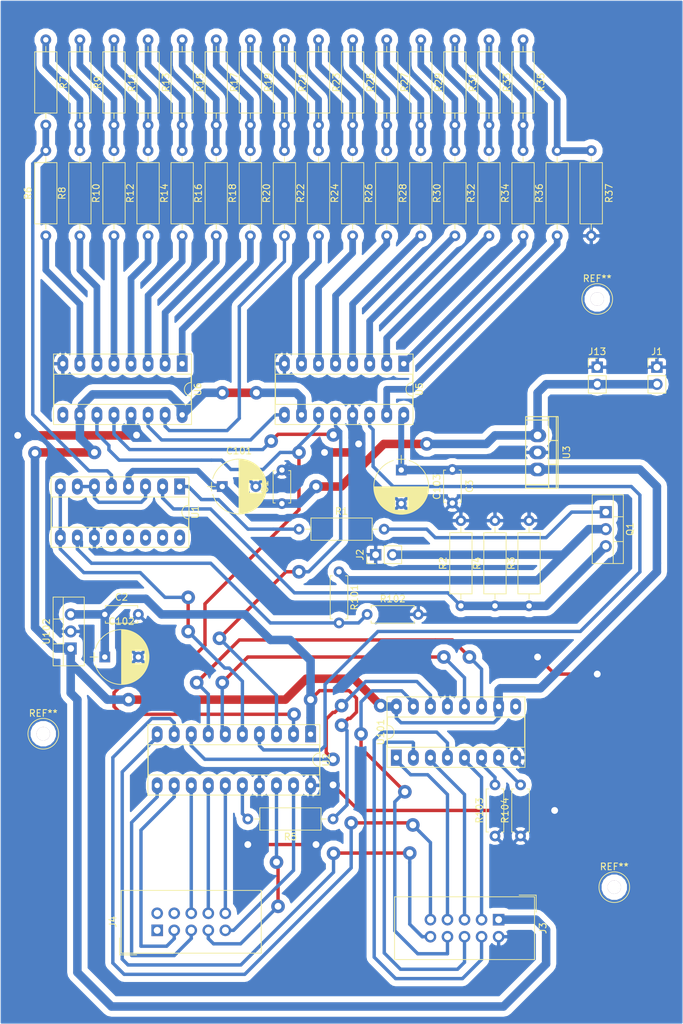
<source format=kicad_pcb>
(kicad_pcb (version 4) (host pcbnew 4.0.7)
  (layers (0 F.Cu signal) (31 B.Cu signal) (34 B.Paste user) (35 F.Paste user) (36 B.SilkS user) (37 F.SilkS user) (38 B.Mask user) (39 F.Mask user) (44 Edge.Cuts user))
  (net 0 "")
  (net 1 VCC)
  (net 2 GND)
  (net 3 +3V3)
  (net 4 "Net-(J3-Pad3)")
  (net 5 "Net-(J3-Pad4)")
  (net 6 "Net-(J3-Pad5)")
  (net 7 "Net-(J3-Pad6)")
  (net 8 "Net-(J3-Pad7)")
  (net 9 "Net-(J3-Pad8)")
  (net 10 "Net-(J3-Pad9)")
  (net 11 "Net-(J3-Pad10)")
  (net 12 "Net-(J4-Pad1)")
  (net 13 "Net-(J4-Pad2)")
  (net 14 "Net-(J4-Pad3)")
  (net 15 "Net-(J4-Pad4)")
  (net 16 "Net-(J4-Pad5)")
  (net 17 "Net-(J4-Pad6)")
  (net 18 "Net-(J4-Pad7)")
  (net 19 "Net-(J4-Pad8)")
  (net 20 "Net-(J4-Pad9)")
  (net 21 "Net-(J4-Pad10)")
  (net 22 "Net-(R1-Pad1)")
  (net 23 "Net-(Q1-Pad1)")
  (net 24 "Net-(Q1-Pad3)")
  (net 25 "Net-(R5-Pad2)")
  (net 26 "Net-(R6-Pad1)")
  (net 27 /r2r-16_DAC/DAC_OUT)
  (net 28 "Net-(R7-Pad1)")
  (net 29 "Net-(R8-Pad1)")
  (net 30 "Net-(R10-Pad2)")
  (net 31 "Net-(R10-Pad1)")
  (net 32 "Net-(R11-Pad1)")
  (net 33 "Net-(R12-Pad1)")
  (net 34 "Net-(R13-Pad1)")
  (net 35 "Net-(R14-Pad1)")
  (net 36 "Net-(R15-Pad1)")
  (net 37 "Net-(R16-Pad1)")
  (net 38 "Net-(R17-Pad1)")
  (net 39 "Net-(R18-Pad1)")
  (net 40 "Net-(R19-Pad1)")
  (net 41 "Net-(R20-Pad1)")
  (net 42 "Net-(R21-Pad1)")
  (net 43 "Net-(R22-Pad1)")
  (net 44 "Net-(R23-Pad1)")
  (net 45 "Net-(R24-Pad1)")
  (net 46 "Net-(R25-Pad1)")
  (net 47 "Net-(R26-Pad1)")
  (net 48 "Net-(R27-Pad1)")
  (net 49 "Net-(R28-Pad1)")
  (net 50 "Net-(R29-Pad1)")
  (net 51 "Net-(R30-Pad1)")
  (net 52 "Net-(R31-Pad1)")
  (net 53 "Net-(R32-Pad1)")
  (net 54 "Net-(R33-Pad1)")
  (net 55 "Net-(R34-Pad1)")
  (net 56 "Net-(R35-Pad1)")
  (net 57 "Net-(R36-Pad1)")
  (net 58 "Net-(U1-Pad8)")
  (net 59 "Net-(U1-Pad3)")
  (net 60 /r2r-16_DAC/SR_CLK)
  (net 61 /r2r-16_DAC/SR_LATCH)
  (net 62 /r2r-16_DAC/SR_SERIAL)
  (net 63 "Net-(U5-Pad9)")
  (net 64 "Net-(U6-Pad9)")
  (net 65 +7.5V)
  (net 66 "Net-(R101-Pad2)")
  (net 67 "Net-(R103-Pad2)")
  (net 68 "Net-(R104-Pad2)")
  (net 69 "Net-(U101-Pad12)")
  (net 70 "Net-(U101-Pad11)")
  (net 71 "Net-(U101-Pad14)")
  (net 72 "Net-(U101-Pad9)")
  (net 73 "Net-(J2-Pad2)")
  (module Connector_PinHeader_2.54mm:PinHeader_1x02_P2.54mm_Vertical (layer F.Cu) (at 68.58 95.25 90)
    (fp_text reference J2 (at 0 -2.33 90) (layer F.SilkS))
    (fp_text value Conn_01x02)
    (pad 1 thru_hole rect (at 0 0 90) (size 1.7 1.7) (drill 1) (layers *.Cu *.Mask) (net 2 GND))
    (pad 2 thru_hole oval (at 0 2.54 90) (size 1.7 1.7) (drill 1) (layers *.Cu *.Mask) (net 73 "Net-(J2-Pad2)"))
  )
  (module Connector_PinHeader_2.54mm:PinHeader_1x02_P2.54mm_Vertical (layer F.Cu) (at 110.49 67.31)
    (fp_text reference J1 (at 0 -2.33) (layer F.SilkS))
    (fp_text value TEST_2P)
    (pad 1 thru_hole rect (at 0 0) (size 1.7 1.7) (drill 1) (layers *.Cu *.Mask) (net 2 GND))
    (pad 2 thru_hole oval (at 0 2.54) (size 1.7 1.7) (drill 1) (layers *.Cu *.Mask) (net 65 +7.5V))
  )
  (module Resistors_THT:R_Axial_DIN0207_L6.3mm_D2.5mm_P7.62mm_Horizontal (layer F.Cu) (at 67.31 104.14)
    (fp_text reference R102 (at 3.81 -2.31) (layer F.SilkS))
    (fp_text value 1K)
    (pad 1 thru_hole circle (at 0 0) (size 1.6 1.6) (drill 0.8) (layers *.Cu *.Mask) (net 66 "Net-(R101-Pad2)"))
    (pad 2 thru_hole oval (at 7.62 0) (size 1.6 1.6) (drill 0.8) (layers *.Cu *.Mask) (net 2 GND))
  )
  (module Housings_DIP:DIP-20_W7.62mm_Socket_LongPads (layer F.Cu) (at 58.881005 122.001355 270)
    (fp_text reference U2 (at 3.81 -2.33 270) (layer F.SilkS))
    (fp_text value MSP430G2553)
    (pad 1 thru_hole rect (at 0 0 270) (size 2.4 1.6) (drill 0.8) (layers *.Cu *.Mask) (net 3 +3V3))
    (pad 11 thru_hole oval (at 7.62 22.86 270) (size 2.4 1.6) (drill 0.8) (layers *.Cu *.Mask) (net 16 "Net-(J4-Pad5)"))
    (pad 2 thru_hole oval (at 0 2.54 270) (size 2.4 1.6) (drill 0.8) (layers *.Cu *.Mask) (net 60 /r2r-16_DAC/SR_CLK))
    (pad 12 thru_hole oval (at 7.62 20.32 270) (size 2.4 1.6) (drill 0.8) (layers *.Cu *.Mask) (net 14 "Net-(J4-Pad3)"))
    (pad 3 thru_hole oval (at 0 5.08 270) (size 2.4 1.6) (drill 0.8) (layers *.Cu *.Mask) (net 61 /r2r-16_DAC/SR_LATCH))
    (pad 13 thru_hole oval (at 7.62 17.78 270) (size 2.4 1.6) (drill 0.8) (layers *.Cu *.Mask) (net 17 "Net-(J4-Pad6)"))
    (pad 4 thru_hole oval (at 0 7.62 270) (size 2.4 1.6) (drill 0.8) (layers *.Cu *.Mask) (net 62 /r2r-16_DAC/SR_SERIAL))
    (pad 14 thru_hole oval (at 7.62 15.24 270) (size 2.4 1.6) (drill 0.8) (layers *.Cu *.Mask) (net 19 "Net-(J4-Pad8)"))
    (pad 5 thru_hole oval (at 0 10.16 270) (size 2.4 1.6) (drill 0.8) (layers *.Cu *.Mask) (net 58 "Net-(U1-Pad8)"))
    (pad 15 thru_hole oval (at 7.62 12.7 270) (size 2.4 1.6) (drill 0.8) (layers *.Cu *.Mask) (net 21 "Net-(J4-Pad10)"))
    (pad 6 thru_hole oval (at 0 12.7 270) (size 2.4 1.6) (drill 0.8) (layers *.Cu *.Mask) (net 69 "Net-(U101-Pad12)"))
    (pad 16 thru_hole oval (at 7.62 10.16 270) (size 2.4 1.6) (drill 0.8) (layers *.Cu *.Mask) (net 25 "Net-(R5-Pad2)"))
    (pad 7 thru_hole oval (at 0 15.24 270) (size 2.4 1.6) (drill 0.8) (layers *.Cu *.Mask) (net 70 "Net-(U101-Pad11)"))
    (pad 17 thru_hole oval (at 7.62 7.62 270) (size 2.4 1.6) (drill 0.8) (layers *.Cu *.Mask) (net 2 GND))
    (pad 8 thru_hole oval (at 0 17.78 270) (size 2.4 1.6) (drill 0.8) (layers *.Cu *.Mask) (net 71 "Net-(U101-Pad14)"))
    (pad 18 thru_hole oval (at 7.62 5.08 270) (size 2.4 1.6) (drill 0.8) (layers *.Cu *.Mask) (net 18 "Net-(J4-Pad7)"))
    (pad 9 thru_hole oval (at 0 20.32 270) (size 2.4 1.6) (drill 0.8) (layers *.Cu *.Mask) (net 10 "Net-(J3-Pad9)"))
    (pad 19 thru_hole oval (at 7.62 2.54 270) (size 2.4 1.6) (drill 0.8) (layers *.Cu *.Mask) (net 20 "Net-(J4-Pad9)"))
    (pad 10 thru_hole oval (at 0 22.86 270) (size 2.4 1.6) (drill 0.8) (layers *.Cu *.Mask) (net 11 "Net-(J3-Pad10)"))
    (pad 20 thru_hole oval (at 7.62 0 270) (size 2.4 1.6) (drill 0.8) (layers *.Cu *.Mask) (net 2 GND))
  )
  (module Resistors_THT:R_Axial_DIN0309_L9.0mm_D3.2mm_P12.70mm_Horizontal (layer F.Cu) (at 86.36 102.87 90)
    (fp_text reference R4 (at 6.35 -2.66 90) (layer F.SilkS))
    (fp_text value 3R3)
    (pad 1 thru_hole circle (at 0 0 90) (size 1.6 1.6) (drill 0.8) (layers *.Cu *.Mask) (net 24 "Net-(Q1-Pad3)"))
    (pad 2 thru_hole oval (at 12.7 0 90) (size 1.6 1.6) (drill 0.8) (layers *.Cu *.Mask) (net 2 GND))
  )
  (module Resistors_THT:R_Axial_DIN0309_L9.0mm_D3.2mm_P12.70mm_Horizontal (layer F.Cu) (at 91.44 102.87 90)
    (fp_text reference R3 (at 6.35 -2.66 90) (layer F.SilkS))
    (fp_text value 3R3)
    (pad 1 thru_hole circle (at 0 0 90) (size 1.6 1.6) (drill 0.8) (layers *.Cu *.Mask) (net 24 "Net-(Q1-Pad3)"))
    (pad 2 thru_hole oval (at 12.7 0 90) (size 1.6 1.6) (drill 0.8) (layers *.Cu *.Mask) (net 2 GND))
  )
  (module TO_SOT_Packages_THT:TO-220-3_Vertical (layer F.Cu) (at 102.87 88.9 270)
    (fp_text reference Q1 (at 2.54 -3.62 270) (layer F.SilkS))
    (fp_text value IRF601)
    (pad 1 thru_hole rect (at 0 0 270) (size 1.8 1.8) (drill 1) (layers *.Cu *.Mask) (net 23 "Net-(Q1-Pad1)"))
    (pad 2 thru_hole oval (at 2.54 0 270) (size 1.8 1.8) (drill 1) (layers *.Cu *.Mask) (net 73 "Net-(J2-Pad2)"))
    (pad 3 thru_hole oval (at 5.08 0 270) (size 1.8 1.8) (drill 1) (layers *.Cu *.Mask) (net 24 "Net-(Q1-Pad3)"))
  )
  (module Resistors_THT:R_Axial_DIN0309_L9.0mm_D3.2mm_P12.70mm_Horizontal (layer F.Cu) (at 81.28 102.87 90)
    (fp_text reference R2 (at 6.35 -2.66 90) (layer F.SilkS))
    (fp_text value 3R3)
    (pad 1 thru_hole circle (at 0 0 90) (size 1.6 1.6) (drill 0.8) (layers *.Cu *.Mask) (net 24 "Net-(Q1-Pad3)"))
    (pad 2 thru_hole oval (at 12.7 0 90) (size 1.6 1.6) (drill 0.8) (layers *.Cu *.Mask) (net 2 GND))
  )
  (module Resistors_THT:R_Axial_DIN0309_L9.0mm_D3.2mm_P12.70mm_Horizontal (layer F.Cu) (at 62.23 134.62 180)
    (fp_text reference R5 (at 6.35 -2.66 180) (layer F.SilkS))
    (fp_text value 47K)
    (pad 1 thru_hole circle (at 0 0 180) (size 1.6 1.6) (drill 0.8) (layers *.Cu *.Mask) (net 3 +3V3))
    (pad 2 thru_hole oval (at 12.7 0 180) (size 1.6 1.6) (drill 0.8) (layers *.Cu *.Mask) (net 25 "Net-(R5-Pad2)"))
  )
  (module Capacitor_THT:CP_Radial_D8.0mm_P5.00mm (layer F.Cu) (at 28.215343 110.49)
    (fp_text reference C102 (at 2.5 -5.31) (layer F.SilkS))
    (fp_text value 6.8uF)
    (pad 1 thru_hole rect (at 0 0) (size 1.6 1.6) (drill 0.8) (layers *.Cu *.Mask) (net 3 +3V3))
    (pad 2 thru_hole circle (at 5 0) (size 1.6 1.6) (drill 0.8) (layers *.Cu *.Mask) (net 2 GND))
  )
  (module Connector_IDC:IDC-Header_2x05_P2.54mm_Vertical (layer F.Cu) (at 86.901393 149.621231 270)
    (fp_text reference J3 (at 1.27 -6.604 270) (layer F.SilkS))
    (fp_text value Conn_02x05_Odd_Even)
    (pad 1 thru_hole rect (at 0 0 270) (size 1.7272 1.7272) (drill 1.016) (layers *.Cu *.Mask) (net 1 VCC))
    (pad 2 thru_hole oval (at 2.54 0 270) (size 1.7272 1.7272) (drill 1.016) (layers *.Cu *.Mask) (net 2 GND))
    (pad 3 thru_hole oval (at 0 2.54 270) (size 1.7272 1.7272) (drill 1.016) (layers *.Cu *.Mask) (net 4 "Net-(J3-Pad3)"))
    (pad 4 thru_hole oval (at 2.54 2.54 270) (size 1.7272 1.7272) (drill 1.016) (layers *.Cu *.Mask) (net 5 "Net-(J3-Pad4)"))
    (pad 5 thru_hole oval (at 0 5.08 270) (size 1.7272 1.7272) (drill 1.016) (layers *.Cu *.Mask) (net 6 "Net-(J3-Pad5)"))
    (pad 6 thru_hole oval (at 2.54 5.08 270) (size 1.7272 1.7272) (drill 1.016) (layers *.Cu *.Mask) (net 7 "Net-(J3-Pad6)"))
    (pad 7 thru_hole oval (at 0 7.62 270) (size 1.7272 1.7272) (drill 1.016) (layers *.Cu *.Mask) (net 8 "Net-(J3-Pad7)"))
    (pad 8 thru_hole oval (at 2.54 7.62 270) (size 1.7272 1.7272) (drill 1.016) (layers *.Cu *.Mask) (net 9 "Net-(J3-Pad8)"))
    (pad 9 thru_hole oval (at 0 10.16 270) (size 1.7272 1.7272) (drill 1.016) (layers *.Cu *.Mask) (net 10 "Net-(J3-Pad9)"))
    (pad 10 thru_hole oval (at 2.54 10.16 270) (size 1.7272 1.7272) (drill 1.016) (layers *.Cu *.Mask) (net 11 "Net-(J3-Pad10)"))
  )
  (module Connector_IDC:IDC-Header_2x05_P2.54mm_Vertical (layer F.Cu) (at 36.021005 151.211355 90)
    (fp_text reference J4 (at 1.27 -6.604 90) (layer F.SilkS))
    (fp_text value Conn_02x05_Odd_Even)
    (pad 1 thru_hole rect (at 0 0 90) (size 1.7272 1.7272) (drill 1.016) (layers *.Cu *.Mask) (net 12 "Net-(J4-Pad1)"))
    (pad 2 thru_hole oval (at 2.54 0 90) (size 1.7272 1.7272) (drill 1.016) (layers *.Cu *.Mask) (net 13 "Net-(J4-Pad2)"))
    (pad 3 thru_hole oval (at 0 2.54 90) (size 1.7272 1.7272) (drill 1.016) (layers *.Cu *.Mask) (net 14 "Net-(J4-Pad3)"))
    (pad 4 thru_hole oval (at 2.54 2.54 90) (size 1.7272 1.7272) (drill 1.016) (layers *.Cu *.Mask) (net 15 "Net-(J4-Pad4)"))
    (pad 5 thru_hole oval (at 0 5.08 90) (size 1.7272 1.7272) (drill 1.016) (layers *.Cu *.Mask) (net 16 "Net-(J4-Pad5)"))
    (pad 6 thru_hole oval (at 2.54 5.08 90) (size 1.7272 1.7272) (drill 1.016) (layers *.Cu *.Mask) (net 17 "Net-(J4-Pad6)"))
    (pad 7 thru_hole oval (at 0 7.62 90) (size 1.7272 1.7272) (drill 1.016) (layers *.Cu *.Mask) (net 18 "Net-(J4-Pad7)"))
    (pad 8 thru_hole oval (at 2.54 7.62 90) (size 1.7272 1.7272) (drill 1.016) (layers *.Cu *.Mask) (net 19 "Net-(J4-Pad8)"))
    (pad 9 thru_hole oval (at 0 10.16 90) (size 1.7272 1.7272) (drill 1.016) (layers *.Cu *.Mask) (net 20 "Net-(J4-Pad9)"))
    (pad 10 thru_hole oval (at 2.54 10.16 90) (size 1.7272 1.7272) (drill 1.016) (layers *.Cu *.Mask) (net 21 "Net-(J4-Pad10)"))
  )
  (module Housings_DIP:DIP-16_W7.62mm_Socket_LongPads (layer F.Cu) (at 39.746339 66.790377 270)
    (fp_text reference U6 (at 3.81 -2.33 270) (layer F.SilkS))
    (fp_text value 74HC595)
    (pad 1 thru_hole rect (at 0 0 270) (size 2.4 1.6) (drill 0.8) (layers *.Cu *.Mask) (net 39 "Net-(R18-Pad1)"))
    (pad 9 thru_hole oval (at 7.62 17.78 270) (size 2.4 1.6) (drill 0.8) (layers *.Cu *.Mask) (net 64 "Net-(U6-Pad9)"))
    (pad 2 thru_hole oval (at 0 2.54 270) (size 2.4 1.6) (drill 0.8) (layers *.Cu *.Mask) (net 37 "Net-(R16-Pad1)"))
    (pad 10 thru_hole oval (at 7.62 15.24 270) (size 2.4 1.6) (drill 0.8) (layers *.Cu *.Mask) (net 1 VCC))
    (pad 3 thru_hole oval (at 0 5.08 270) (size 2.4 1.6) (drill 0.8) (layers *.Cu *.Mask) (net 35 "Net-(R14-Pad1)"))
    (pad 11 thru_hole oval (at 7.62 12.7 270) (size 2.4 1.6) (drill 0.8) (layers *.Cu *.Mask) (net 60 /r2r-16_DAC/SR_CLK))
    (pad 4 thru_hole oval (at 0 7.62 270) (size 2.4 1.6) (drill 0.8) (layers *.Cu *.Mask) (net 33 "Net-(R12-Pad1)"))
    (pad 12 thru_hole oval (at 7.62 10.16 270) (size 2.4 1.6) (drill 0.8) (layers *.Cu *.Mask) (net 61 /r2r-16_DAC/SR_LATCH))
    (pad 5 thru_hole oval (at 0 10.16 270) (size 2.4 1.6) (drill 0.8) (layers *.Cu *.Mask) (net 31 "Net-(R10-Pad1)"))
    (pad 13 thru_hole oval (at 7.62 7.62 270) (size 2.4 1.6) (drill 0.8) (layers *.Cu *.Mask) (net 2 GND))
    (pad 6 thru_hole oval (at 0 12.7 270) (size 2.4 1.6) (drill 0.8) (layers *.Cu *.Mask) (net 29 "Net-(R8-Pad1)"))
    (pad 14 thru_hole oval (at 7.62 5.08 270) (size 2.4 1.6) (drill 0.8) (layers *.Cu *.Mask) (net 63 "Net-(U5-Pad9)"))
    (pad 7 thru_hole oval (at 0 15.24 270) (size 2.4 1.6) (drill 0.8) (layers *.Cu *.Mask) (net 26 "Net-(R6-Pad1)"))
    (pad 15 thru_hole oval (at 7.62 2.54 270) (size 2.4 1.6) (drill 0.8) (layers *.Cu *.Mask) (net 41 "Net-(R20-Pad1)"))
    (pad 8 thru_hole oval (at 0 17.78 270) (size 2.4 1.6) (drill 0.8) (layers *.Cu *.Mask) (net 2 GND))
    (pad 16 thru_hole oval (at 7.62 0 270) (size 2.4 1.6) (drill 0.8) (layers *.Cu *.Mask) (net 1 VCC))
  )
  (module Housings_DIP:DIP-16_W7.62mm_Socket_LongPads (layer F.Cu) (at 72.766339 66.790377 270)
    (fp_text reference U5 (at 3.81 -2.33 270) (layer F.SilkS))
    (fp_text value 74HC595)
    (pad 1 thru_hole rect (at 0 0 270) (size 2.4 1.6) (drill 0.8) (layers *.Cu *.Mask) (net 55 "Net-(R34-Pad1)"))
    (pad 9 thru_hole oval (at 7.62 17.78 270) (size 2.4 1.6) (drill 0.8) (layers *.Cu *.Mask) (net 63 "Net-(U5-Pad9)"))
    (pad 2 thru_hole oval (at 0 2.54 270) (size 2.4 1.6) (drill 0.8) (layers *.Cu *.Mask) (net 53 "Net-(R32-Pad1)"))
    (pad 10 thru_hole oval (at 7.62 15.24 270) (size 2.4 1.6) (drill 0.8) (layers *.Cu *.Mask) (net 1 VCC))
    (pad 3 thru_hole oval (at 0 5.08 270) (size 2.4 1.6) (drill 0.8) (layers *.Cu *.Mask) (net 51 "Net-(R30-Pad1)"))
    (pad 11 thru_hole oval (at 7.62 12.7 270) (size 2.4 1.6) (drill 0.8) (layers *.Cu *.Mask) (net 60 /r2r-16_DAC/SR_CLK))
    (pad 4 thru_hole oval (at 0 7.62 270) (size 2.4 1.6) (drill 0.8) (layers *.Cu *.Mask) (net 49 "Net-(R28-Pad1)"))
    (pad 12 thru_hole oval (at 7.62 10.16 270) (size 2.4 1.6) (drill 0.8) (layers *.Cu *.Mask) (net 61 /r2r-16_DAC/SR_LATCH))
    (pad 5 thru_hole oval (at 0 10.16 270) (size 2.4 1.6) (drill 0.8) (layers *.Cu *.Mask) (net 47 "Net-(R26-Pad1)"))
    (pad 13 thru_hole oval (at 7.62 7.62 270) (size 2.4 1.6) (drill 0.8) (layers *.Cu *.Mask) (net 2 GND))
    (pad 6 thru_hole oval (at 0 12.7 270) (size 2.4 1.6) (drill 0.8) (layers *.Cu *.Mask) (net 45 "Net-(R24-Pad1)"))
    (pad 14 thru_hole oval (at 7.62 5.08 270) (size 2.4 1.6) (drill 0.8) (layers *.Cu *.Mask) (net 62 /r2r-16_DAC/SR_SERIAL))
    (pad 7 thru_hole oval (at 0 15.24 270) (size 2.4 1.6) (drill 0.8) (layers *.Cu *.Mask) (net 43 "Net-(R22-Pad1)"))
    (pad 15 thru_hole oval (at 7.62 2.54 270) (size 2.4 1.6) (drill 0.8) (layers *.Cu *.Mask) (net 57 "Net-(R36-Pad1)"))
    (pad 8 thru_hole oval (at 0 17.78 270) (size 2.4 1.6) (drill 0.8) (layers *.Cu *.Mask) (net 2 GND))
    (pad 16 thru_hole oval (at 7.62 0 270) (size 2.4 1.6) (drill 0.8) (layers *.Cu *.Mask) (net 1 VCC))
  )
  (module Capacitors_THT:C_Disc_D4.7mm_W2.5mm_P5.00mm (layer F.Cu) (at 54.61 87.63 90)
    (fp_text reference C1 (at 2.5 -2.56 90) (layer F.SilkS))
    (fp_text value 0.01uf)
    (pad 1 thru_hole circle (at 0 0 90) (size 1.6 1.6) (drill 0.8) (layers *.Cu *.Mask) (net 65 +7.5V))
    (pad 2 thru_hole circle (at 5 0 90) (size 1.6 1.6) (drill 0.8) (layers *.Cu *.Mask) (net 2 GND))
  )
  (module Capacitors_THT:C_Disc_D4.7mm_W2.5mm_P5.00mm (layer F.Cu) (at 28.215343 104.14)
    (fp_text reference C2 (at 2.5 -2.56) (layer F.SilkS))
    (fp_text value .01uf)
    (pad 1 thru_hole circle (at 0 0) (size 1.6 1.6) (drill 0.8) (layers *.Cu *.Mask) (net 3 +3V3))
    (pad 2 thru_hole circle (at 5 0) (size 1.6 1.6) (drill 0.8) (layers *.Cu *.Mask) (net 2 GND))
  )
  (module Capacitors_THT:C_Disc_D4.7mm_W2.5mm_P5.00mm (layer F.Cu) (at 80.01 82.55 270)
    (fp_text reference C3 (at 2.5 -2.56 270) (layer F.SilkS))
    (fp_text value .01uf)
    (pad 1 thru_hole circle (at 0 0 270) (size 1.6 1.6) (drill 0.8) (layers *.Cu *.Mask) (net 1 VCC))
    (pad 2 thru_hole circle (at 5 0 270) (size 1.6 1.6) (drill 0.8) (layers *.Cu *.Mask) (net 2 GND))
  )
  (module Resistors_THT:R_Axial_DIN0309_L9.0mm_D3.2mm_P12.70mm_Horizontal (layer F.Cu) (at 57.15 91.44)
    (fp_text reference R1 (at 6.35 -2.66) (layer F.SilkS))
    (fp_text value 1K)
    (pad 1 thru_hole circle (at 0 0) (size 1.6 1.6) (drill 0.8) (layers *.Cu *.Mask) (net 22 "Net-(R1-Pad1)"))
    (pad 2 thru_hole oval (at 12.7 0) (size 1.6 1.6) (drill 0.8) (layers *.Cu *.Mask) (net 23 "Net-(Q1-Pad1)"))
  )
  (module Resistors_THT:R_Axial_DIN0309_L9.0mm_D3.2mm_P12.70mm_Horizontal (layer F.Cu) (at 19.426339 47.740377 90)
    (fp_text reference R6 (at 6.35 -2.66 90) (layer F.SilkS))
    (fp_text value 2K)
    (pad 1 thru_hole circle (at 0 0 90) (size 1.6 1.6) (drill 0.8) (layers *.Cu *.Mask) (net 26 "Net-(R6-Pad1)"))
    (pad 2 thru_hole oval (at 12.7 0 90) (size 1.6 1.6) (drill 0.8) (layers *.Cu *.Mask) (net 27 /r2r-16_DAC/DAC_OUT))
  )
  (module Resistors_THT:R_Axial_DIN0309_L9.0mm_D3.2mm_P12.70mm_Horizontal (layer F.Cu) (at 19.426339 18.530377 270)
    (fp_text reference R7 (at 6.35 -2.66 270) (layer F.SilkS))
    (fp_text value 1K)
    (pad 1 thru_hole circle (at 0 0 270) (size 1.6 1.6) (drill 0.8) (layers *.Cu *.Mask) (net 28 "Net-(R7-Pad1)"))
    (pad 2 thru_hole oval (at 12.7 0 270) (size 1.6 1.6) (drill 0.8) (layers *.Cu *.Mask) (net 27 /r2r-16_DAC/DAC_OUT))
  )
  (module Resistors_THT:R_Axial_DIN0309_L9.0mm_D3.2mm_P12.70mm_Horizontal (layer F.Cu) (at 24.506339 47.740377 90)
    (fp_text reference R8 (at 6.35 -2.66 90) (layer F.SilkS))
    (fp_text value 2K)
    (pad 1 thru_hole circle (at 0 0 90) (size 1.6 1.6) (drill 0.8) (layers *.Cu *.Mask) (net 29 "Net-(R8-Pad1)"))
    (pad 2 thru_hole oval (at 12.7 0 90) (size 1.6 1.6) (drill 0.8) (layers *.Cu *.Mask) (net 28 "Net-(R7-Pad1)"))
  )
  (module Resistors_THT:R_Axial_DIN0309_L9.0mm_D3.2mm_P12.70mm_Horizontal (layer F.Cu) (at 24.506339 18.530377 270)
    (fp_text reference R9 (at 6.35 -2.66 270) (layer F.SilkS))
    (fp_text value 1K)
    (pad 1 thru_hole circle (at 0 0 270) (size 1.6 1.6) (drill 0.8) (layers *.Cu *.Mask) (net 30 "Net-(R10-Pad2)"))
    (pad 2 thru_hole oval (at 12.7 0 270) (size 1.6 1.6) (drill 0.8) (layers *.Cu *.Mask) (net 28 "Net-(R7-Pad1)"))
  )
  (module Resistors_THT:R_Axial_DIN0309_L9.0mm_D3.2mm_P12.70mm_Horizontal (layer F.Cu) (at 29.586339 47.740377 90)
    (fp_text reference R10 (at 6.35 -2.66 90) (layer F.SilkS))
    (fp_text value 2K)
    (pad 1 thru_hole circle (at 0 0 90) (size 1.6 1.6) (drill 0.8) (layers *.Cu *.Mask) (net 31 "Net-(R10-Pad1)"))
    (pad 2 thru_hole oval (at 12.7 0 90) (size 1.6 1.6) (drill 0.8) (layers *.Cu *.Mask) (net 30 "Net-(R10-Pad2)"))
  )
  (module Resistors_THT:R_Axial_DIN0309_L9.0mm_D3.2mm_P12.70mm_Horizontal (layer F.Cu) (at 29.586339 18.530377 270)
    (fp_text reference R11 (at 6.35 -2.66 270) (layer F.SilkS))
    (fp_text value 1K)
    (pad 1 thru_hole circle (at 0 0 270) (size 1.6 1.6) (drill 0.8) (layers *.Cu *.Mask) (net 32 "Net-(R11-Pad1)"))
    (pad 2 thru_hole oval (at 12.7 0 270) (size 1.6 1.6) (drill 0.8) (layers *.Cu *.Mask) (net 30 "Net-(R10-Pad2)"))
  )
  (module Resistors_THT:R_Axial_DIN0309_L9.0mm_D3.2mm_P12.70mm_Horizontal (layer F.Cu) (at 34.666339 47.740377 90)
    (fp_text reference R12 (at 6.35 -2.66 90) (layer F.SilkS))
    (fp_text value 2K)
    (pad 1 thru_hole circle (at 0 0 90) (size 1.6 1.6) (drill 0.8) (layers *.Cu *.Mask) (net 33 "Net-(R12-Pad1)"))
    (pad 2 thru_hole oval (at 12.7 0 90) (size 1.6 1.6) (drill 0.8) (layers *.Cu *.Mask) (net 32 "Net-(R11-Pad1)"))
  )
  (module Resistors_THT:R_Axial_DIN0309_L9.0mm_D3.2mm_P12.70mm_Horizontal (layer F.Cu) (at 34.666339 18.530377 270)
    (fp_text reference R13 (at 6.35 -2.66 270) (layer F.SilkS))
    (fp_text value 1K)
    (pad 1 thru_hole circle (at 0 0 270) (size 1.6 1.6) (drill 0.8) (layers *.Cu *.Mask) (net 34 "Net-(R13-Pad1)"))
    (pad 2 thru_hole oval (at 12.7 0 270) (size 1.6 1.6) (drill 0.8) (layers *.Cu *.Mask) (net 32 "Net-(R11-Pad1)"))
  )
  (module Resistors_THT:R_Axial_DIN0309_L9.0mm_D3.2mm_P12.70mm_Horizontal (layer F.Cu) (at 39.746339 47.740377 90)
    (fp_text reference R14 (at 6.35 -2.66 90) (layer F.SilkS))
    (fp_text value 2K)
    (pad 1 thru_hole circle (at 0 0 90) (size 1.6 1.6) (drill 0.8) (layers *.Cu *.Mask) (net 35 "Net-(R14-Pad1)"))
    (pad 2 thru_hole oval (at 12.7 0 90) (size 1.6 1.6) (drill 0.8) (layers *.Cu *.Mask) (net 34 "Net-(R13-Pad1)"))
  )
  (module Resistors_THT:R_Axial_DIN0309_L9.0mm_D3.2mm_P12.70mm_Horizontal (layer F.Cu) (at 39.746339 18.530377 270)
    (fp_text reference R15 (at 6.35 -2.66 270) (layer F.SilkS))
    (fp_text value 1K)
    (pad 1 thru_hole circle (at 0 0 270) (size 1.6 1.6) (drill 0.8) (layers *.Cu *.Mask) (net 36 "Net-(R15-Pad1)"))
    (pad 2 thru_hole oval (at 12.7 0 270) (size 1.6 1.6) (drill 0.8) (layers *.Cu *.Mask) (net 34 "Net-(R13-Pad1)"))
  )
  (module Resistors_THT:R_Axial_DIN0309_L9.0mm_D3.2mm_P12.70mm_Horizontal (layer F.Cu) (at 44.826339 47.740377 90)
    (fp_text reference R16 (at 6.35 -2.66 90) (layer F.SilkS))
    (fp_text value 2K)
    (pad 1 thru_hole circle (at 0 0 90) (size 1.6 1.6) (drill 0.8) (layers *.Cu *.Mask) (net 37 "Net-(R16-Pad1)"))
    (pad 2 thru_hole oval (at 12.7 0 90) (size 1.6 1.6) (drill 0.8) (layers *.Cu *.Mask) (net 36 "Net-(R15-Pad1)"))
  )
  (module Resistors_THT:R_Axial_DIN0309_L9.0mm_D3.2mm_P12.70mm_Horizontal (layer F.Cu) (at 44.826339 18.530377 270)
    (fp_text reference R17 (at 6.35 -2.66 270) (layer F.SilkS))
    (fp_text value 1K)
    (pad 1 thru_hole circle (at 0 0 270) (size 1.6 1.6) (drill 0.8) (layers *.Cu *.Mask) (net 38 "Net-(R17-Pad1)"))
    (pad 2 thru_hole oval (at 12.7 0 270) (size 1.6 1.6) (drill 0.8) (layers *.Cu *.Mask) (net 36 "Net-(R15-Pad1)"))
  )
  (module Resistors_THT:R_Axial_DIN0309_L9.0mm_D3.2mm_P12.70mm_Horizontal (layer F.Cu) (at 49.906339 47.740377 90)
    (fp_text reference R18 (at 6.35 -2.66 90) (layer F.SilkS))
    (fp_text value 2K)
    (pad 1 thru_hole circle (at 0 0 90) (size 1.6 1.6) (drill 0.8) (layers *.Cu *.Mask) (net 39 "Net-(R18-Pad1)"))
    (pad 2 thru_hole oval (at 12.7 0 90) (size 1.6 1.6) (drill 0.8) (layers *.Cu *.Mask) (net 38 "Net-(R17-Pad1)"))
  )
  (module Resistors_THT:R_Axial_DIN0309_L9.0mm_D3.2mm_P12.70mm_Horizontal (layer F.Cu) (at 49.906339 18.530377 270)
    (fp_text reference R19 (at 6.35 -2.66 270) (layer F.SilkS))
    (fp_text value 1K)
    (pad 1 thru_hole circle (at 0 0 270) (size 1.6 1.6) (drill 0.8) (layers *.Cu *.Mask) (net 40 "Net-(R19-Pad1)"))
    (pad 2 thru_hole oval (at 12.7 0 270) (size 1.6 1.6) (drill 0.8) (layers *.Cu *.Mask) (net 38 "Net-(R17-Pad1)"))
  )
  (module Resistors_THT:R_Axial_DIN0309_L9.0mm_D3.2mm_P12.70mm_Horizontal (layer F.Cu) (at 54.986339 47.740377 90)
    (fp_text reference R20 (at 6.35 -2.66 90) (layer F.SilkS))
    (fp_text value 2K)
    (pad 1 thru_hole circle (at 0 0 90) (size 1.6 1.6) (drill 0.8) (layers *.Cu *.Mask) (net 41 "Net-(R20-Pad1)"))
    (pad 2 thru_hole oval (at 12.7 0 90) (size 1.6 1.6) (drill 0.8) (layers *.Cu *.Mask) (net 40 "Net-(R19-Pad1)"))
  )
  (module Resistors_THT:R_Axial_DIN0309_L9.0mm_D3.2mm_P12.70mm_Horizontal (layer F.Cu) (at 54.986339 18.530377 270)
    (fp_text reference R21 (at 6.35 -2.66 270) (layer F.SilkS))
    (fp_text value 1K)
    (pad 1 thru_hole circle (at 0 0 270) (size 1.6 1.6) (drill 0.8) (layers *.Cu *.Mask) (net 42 "Net-(R21-Pad1)"))
    (pad 2 thru_hole oval (at 12.7 0 270) (size 1.6 1.6) (drill 0.8) (layers *.Cu *.Mask) (net 40 "Net-(R19-Pad1)"))
  )
  (module Resistors_THT:R_Axial_DIN0309_L9.0mm_D3.2mm_P12.70mm_Horizontal (layer F.Cu) (at 60.066339 47.740377 90)
    (fp_text reference R22 (at 6.35 -2.66 90) (layer F.SilkS))
    (fp_text value 2K)
    (pad 1 thru_hole circle (at 0 0 90) (size 1.6 1.6) (drill 0.8) (layers *.Cu *.Mask) (net 43 "Net-(R22-Pad1)"))
    (pad 2 thru_hole oval (at 12.7 0 90) (size 1.6 1.6) (drill 0.8) (layers *.Cu *.Mask) (net 42 "Net-(R21-Pad1)"))
  )
  (module Resistors_THT:R_Axial_DIN0309_L9.0mm_D3.2mm_P12.70mm_Horizontal (layer F.Cu) (at 60.066339 18.530377 270)
    (fp_text reference R23 (at 6.35 -2.66 270) (layer F.SilkS))
    (fp_text value 1K)
    (pad 1 thru_hole circle (at 0 0 270) (size 1.6 1.6) (drill 0.8) (layers *.Cu *.Mask) (net 44 "Net-(R23-Pad1)"))
    (pad 2 thru_hole oval (at 12.7 0 270) (size 1.6 1.6) (drill 0.8) (layers *.Cu *.Mask) (net 42 "Net-(R21-Pad1)"))
  )
  (module Resistors_THT:R_Axial_DIN0309_L9.0mm_D3.2mm_P12.70mm_Horizontal (layer F.Cu) (at 65.146339 47.740377 90)
    (fp_text reference R24 (at 6.35 -2.66 90) (layer F.SilkS))
    (fp_text value 2K)
    (pad 1 thru_hole circle (at 0 0 90) (size 1.6 1.6) (drill 0.8) (layers *.Cu *.Mask) (net 45 "Net-(R24-Pad1)"))
    (pad 2 thru_hole oval (at 12.7 0 90) (size 1.6 1.6) (drill 0.8) (layers *.Cu *.Mask) (net 44 "Net-(R23-Pad1)"))
  )
  (module Resistors_THT:R_Axial_DIN0309_L9.0mm_D3.2mm_P12.70mm_Horizontal (layer F.Cu) (at 65.146339 18.530377 270)
    (fp_text reference R25 (at 6.35 -2.66 270) (layer F.SilkS))
    (fp_text value 1K)
    (pad 1 thru_hole circle (at 0 0 270) (size 1.6 1.6) (drill 0.8) (layers *.Cu *.Mask) (net 46 "Net-(R25-Pad1)"))
    (pad 2 thru_hole oval (at 12.7 0 270) (size 1.6 1.6) (drill 0.8) (layers *.Cu *.Mask) (net 44 "Net-(R23-Pad1)"))
  )
  (module Resistors_THT:R_Axial_DIN0309_L9.0mm_D3.2mm_P12.70mm_Horizontal (layer F.Cu) (at 70.226339 47.740377 90)
    (fp_text reference R26 (at 6.35 -2.66 90) (layer F.SilkS))
    (fp_text value 2K)
    (pad 1 thru_hole circle (at 0 0 90) (size 1.6 1.6) (drill 0.8) (layers *.Cu *.Mask) (net 47 "Net-(R26-Pad1)"))
    (pad 2 thru_hole oval (at 12.7 0 90) (size 1.6 1.6) (drill 0.8) (layers *.Cu *.Mask) (net 46 "Net-(R25-Pad1)"))
  )
  (module Resistors_THT:R_Axial_DIN0309_L9.0mm_D3.2mm_P12.70mm_Horizontal (layer F.Cu) (at 70.226339 18.530377 270)
    (fp_text reference R27 (at 6.35 -2.66 270) (layer F.SilkS))
    (fp_text value 1K)
    (pad 1 thru_hole circle (at 0 0 270) (size 1.6 1.6) (drill 0.8) (layers *.Cu *.Mask) (net 48 "Net-(R27-Pad1)"))
    (pad 2 thru_hole oval (at 12.7 0 270) (size 1.6 1.6) (drill 0.8) (layers *.Cu *.Mask) (net 46 "Net-(R25-Pad1)"))
  )
  (module Resistors_THT:R_Axial_DIN0309_L9.0mm_D3.2mm_P12.70mm_Horizontal (layer F.Cu) (at 75.306339 47.740377 90)
    (fp_text reference R28 (at 6.35 -2.66 90) (layer F.SilkS))
    (fp_text value 2K)
    (pad 1 thru_hole circle (at 0 0 90) (size 1.6 1.6) (drill 0.8) (layers *.Cu *.Mask) (net 49 "Net-(R28-Pad1)"))
    (pad 2 thru_hole oval (at 12.7 0 90) (size 1.6 1.6) (drill 0.8) (layers *.Cu *.Mask) (net 48 "Net-(R27-Pad1)"))
  )
  (module Resistors_THT:R_Axial_DIN0309_L9.0mm_D3.2mm_P12.70mm_Horizontal (layer F.Cu) (at 75.306339 18.530377 270)
    (fp_text reference R29 (at 6.35 -2.66 270) (layer F.SilkS))
    (fp_text value 1K)
    (pad 1 thru_hole circle (at 0 0 270) (size 1.6 1.6) (drill 0.8) (layers *.Cu *.Mask) (net 50 "Net-(R29-Pad1)"))
    (pad 2 thru_hole oval (at 12.7 0 270) (size 1.6 1.6) (drill 0.8) (layers *.Cu *.Mask) (net 48 "Net-(R27-Pad1)"))
  )
  (module Resistors_THT:R_Axial_DIN0309_L9.0mm_D3.2mm_P12.70mm_Horizontal (layer F.Cu) (at 80.386339 47.740377 90)
    (fp_text reference R30 (at 6.35 -2.66 90) (layer F.SilkS))
    (fp_text value 2K)
    (pad 1 thru_hole circle (at 0 0 90) (size 1.6 1.6) (drill 0.8) (layers *.Cu *.Mask) (net 51 "Net-(R30-Pad1)"))
    (pad 2 thru_hole oval (at 12.7 0 90) (size 1.6 1.6) (drill 0.8) (layers *.Cu *.Mask) (net 50 "Net-(R29-Pad1)"))
  )
  (module Resistors_THT:R_Axial_DIN0309_L9.0mm_D3.2mm_P12.70mm_Horizontal (layer F.Cu) (at 80.386339 18.530377 270)
    (fp_text reference R31 (at 6.35 -2.66 270) (layer F.SilkS))
    (fp_text value 1K)
    (pad 1 thru_hole circle (at 0 0 270) (size 1.6 1.6) (drill 0.8) (layers *.Cu *.Mask) (net 52 "Net-(R31-Pad1)"))
    (pad 2 thru_hole oval (at 12.7 0 270) (size 1.6 1.6) (drill 0.8) (layers *.Cu *.Mask) (net 50 "Net-(R29-Pad1)"))
  )
  (module Resistors_THT:R_Axial_DIN0309_L9.0mm_D3.2mm_P12.70mm_Horizontal (layer F.Cu) (at 85.466339 47.740377 90)
    (fp_text reference R32 (at 6.35 -2.66 90) (layer F.SilkS))
    (fp_text value 2K)
    (pad 1 thru_hole circle (at 0 0 90) (size 1.6 1.6) (drill 0.8) (layers *.Cu *.Mask) (net 53 "Net-(R32-Pad1)"))
    (pad 2 thru_hole oval (at 12.7 0 90) (size 1.6 1.6) (drill 0.8) (layers *.Cu *.Mask) (net 52 "Net-(R31-Pad1)"))
  )
  (module Resistors_THT:R_Axial_DIN0309_L9.0mm_D3.2mm_P12.70mm_Horizontal (layer F.Cu) (at 85.466339 18.530377 270)
    (fp_text reference R33 (at 6.35 -2.66 270) (layer F.SilkS))
    (fp_text value 1K)
    (pad 1 thru_hole circle (at 0 0 270) (size 1.6 1.6) (drill 0.8) (layers *.Cu *.Mask) (net 54 "Net-(R33-Pad1)"))
    (pad 2 thru_hole oval (at 12.7 0 270) (size 1.6 1.6) (drill 0.8) (layers *.Cu *.Mask) (net 52 "Net-(R31-Pad1)"))
  )
  (module Resistors_THT:R_Axial_DIN0309_L9.0mm_D3.2mm_P12.70mm_Horizontal (layer F.Cu) (at 90.546339 47.740377 90)
    (fp_text reference R34 (at 6.35 -2.66 90) (layer F.SilkS))
    (fp_text value 2K)
    (pad 1 thru_hole circle (at 0 0 90) (size 1.6 1.6) (drill 0.8) (layers *.Cu *.Mask) (net 55 "Net-(R34-Pad1)"))
    (pad 2 thru_hole oval (at 12.7 0 90) (size 1.6 1.6) (drill 0.8) (layers *.Cu *.Mask) (net 54 "Net-(R33-Pad1)"))
  )
  (module Resistors_THT:R_Axial_DIN0309_L9.0mm_D3.2mm_P12.70mm_Horizontal (layer F.Cu) (at 90.546339 18.530377 270)
    (fp_text reference R35 (at 6.35 -2.66 270) (layer F.SilkS))
    (fp_text value 1K)
    (pad 1 thru_hole circle (at 0 0 270) (size 1.6 1.6) (drill 0.8) (layers *.Cu *.Mask) (net 56 "Net-(R35-Pad1)"))
    (pad 2 thru_hole oval (at 12.7 0 270) (size 1.6 1.6) (drill 0.8) (layers *.Cu *.Mask) (net 54 "Net-(R33-Pad1)"))
  )
  (module Resistors_THT:R_Axial_DIN0309_L9.0mm_D3.2mm_P12.70mm_Horizontal (layer F.Cu) (at 95.626339 47.740377 90)
    (fp_text reference R36 (at 6.35 -2.66 90) (layer F.SilkS))
    (fp_text value 2K)
    (pad 1 thru_hole circle (at 0 0 90) (size 1.6 1.6) (drill 0.8) (layers *.Cu *.Mask) (net 57 "Net-(R36-Pad1)"))
    (pad 2 thru_hole oval (at 12.7 0 90) (size 1.6 1.6) (drill 0.8) (layers *.Cu *.Mask) (net 56 "Net-(R35-Pad1)"))
  )
  (module Resistors_THT:R_Axial_DIN0309_L9.0mm_D3.2mm_P12.70mm_Horizontal (layer F.Cu) (at 100.706339 35.040377 270)
    (fp_text reference R37 (at 6.35 -2.66 270) (layer F.SilkS))
    (fp_text value 2K)
    (pad 1 thru_hole circle (at 0 0 270) (size 1.6 1.6) (drill 0.8) (layers *.Cu *.Mask) (net 56 "Net-(R35-Pad1)"))
    (pad 2 thru_hole oval (at 12.7 0 270) (size 1.6 1.6) (drill 0.8) (layers *.Cu *.Mask) (net 2 GND))
  )
  (module Housings_DIP:DIP-16_W7.62mm_Socket_LongPads (layer F.Cu) (at 39.37 85.09 270)
    (fp_text reference U1 (at 3.81 -2.33 270) (layer F.SilkS))
    (fp_text value LM324)
    (pad 1 thru_hole rect (at 0 0 270) (size 2.4 1.6) (drill 0.8) (layers *.Cu *.Mask) (net 22 "Net-(R1-Pad1)"))
    (pad 9 thru_hole oval (at 7.62 17.78 270) (size 2.4 1.6) (drill 0.8) (layers *.Cu *.Mask) (net 58 "Net-(U1-Pad8)"))
    (pad 2 thru_hole oval (at 0 2.54 270) (size 2.4 1.6) (drill 0.8) (layers *.Cu *.Mask) (net 24 "Net-(Q1-Pad3)"))
    (pad 10 thru_hole oval (at 7.62 15.24 270) (size 2.4 1.6) (drill 0.8) (layers *.Cu *.Mask) (net 66 "Net-(R101-Pad2)"))
    (pad 3 thru_hole oval (at 0 5.08 270) (size 2.4 1.6) (drill 0.8) (layers *.Cu *.Mask) (net 59 "Net-(U1-Pad3)"))
    (pad 11 thru_hole oval (at 7.62 12.7 270) (size 2.4 1.6) (drill 0.8) (layers *.Cu *.Mask) (net 2 GND))
    (pad 4 thru_hole oval (at 0 7.62 270) (size 2.4 1.6) (drill 0.8) (layers *.Cu *.Mask) (net 65 +7.5V))
    (pad 12 thru_hole oval (at 7.62 10.16 270) (size 2.4 1.6) (drill 0.8) (layers *.Cu *.Mask))
    (pad 5 thru_hole oval (at 0 10.16 270) (size 2.4 1.6) (drill 0.8) (layers *.Cu *.Mask) (net 27 /r2r-16_DAC/DAC_OUT))
    (pad 13 thru_hole oval (at 7.62 7.62 270) (size 2.4 1.6) (drill 0.8) (layers *.Cu *.Mask))
    (pad 6 thru_hole oval (at 0 12.7 270) (size 2.4 1.6) (drill 0.8) (layers *.Cu *.Mask) (net 59 "Net-(U1-Pad3)"))
    (pad 14 thru_hole oval (at 7.62 5.08 270) (size 2.4 1.6) (drill 0.8) (layers *.Cu *.Mask))
    (pad 7 thru_hole oval (at 0 15.24 270) (size 2.4 1.6) (drill 0.8) (layers *.Cu *.Mask) (net 59 "Net-(U1-Pad3)"))
    (pad 15 thru_hole oval (at 7.62 2.54 270) (size 2.4 1.6) (drill 0.8) (layers *.Cu *.Mask))
    (pad 8 thru_hole oval (at 0 17.78 270) (size 2.4 1.6) (drill 0.8) (layers *.Cu *.Mask) (net 58 "Net-(U1-Pad8)"))
    (pad 16 thru_hole oval (at 7.62 0 270) (size 2.4 1.6) (drill 0.8) (layers *.Cu *.Mask))
  )
  (module Power_Integrations:TO-220 (layer F.Cu) (at 92.71 80.01 270)
    (fp_text reference U3 (at 0 -4.318 270) (layer F.SilkS))
    (fp_text value LM7805_TO220)
    (pad 2 thru_hole oval (at 0 0 270) (size 2.032 2.54) (drill 1.143) (layers *.Cu *.Mask) (net 2 GND))
    (pad 3 thru_hole oval (at 2.54 0 270) (size 2.032 2.54) (drill 1.143) (layers *.Cu *.Mask) (net 1 VCC))
    (pad 1 thru_hole oval (at -2.54 0 270) (size 2.032 2.54) (drill 1.143) (layers *.Cu *.Mask) (net 65 +7.5V))
  )
  (module Capacitor_THT:CP_Radial_D8.0mm_P5.00mm (layer F.Cu) (at 45.72 85.09)
    (fp_text reference C101 (at 2.5 -5.31) (layer F.SilkS))
    (fp_text value 6.8uF)
    (pad 1 thru_hole rect (at 0 0) (size 1.6 1.6) (drill 0.8) (layers *.Cu *.Mask) (net 65 +7.5V))
    (pad 2 thru_hole circle (at 5 0) (size 1.6 1.6) (drill 0.8) (layers *.Cu *.Mask) (net 2 GND))
  )
  (module Capacitor_THT:CP_Radial_D8.0mm_P5.00mm (layer F.Cu) (at 72.39 82.63 270)
    (fp_text reference C103 (at 2.5 -5.31 270) (layer F.SilkS))
    (fp_text value 6.8uF)
    (pad 1 thru_hole rect (at 0 0 270) (size 1.6 1.6) (drill 0.8) (layers *.Cu *.Mask) (net 1 VCC))
    (pad 2 thru_hole circle (at 5 0 270) (size 1.6 1.6) (drill 0.8) (layers *.Cu *.Mask) (net 2 GND))
  )
  (module Resistors_THT:R_Axial_DIN0207_L6.3mm_D2.5mm_P7.62mm_Horizontal (layer F.Cu) (at 63.117443 97.79 270)
    (fp_text reference R101 (at 3.81 -2.31 270) (layer F.SilkS))
    (fp_text value 6.8K)
    (pad 1 thru_hole circle (at 0 0 270) (size 1.6 1.6) (drill 0.8) (layers *.Cu *.Mask) (net 73 "Net-(J2-Pad2)"))
    (pad 2 thru_hole oval (at 7.62 0 270) (size 1.6 1.6) (drill 0.8) (layers *.Cu *.Mask) (net 66 "Net-(R101-Pad2)"))
  )
  (module Resistors_THT:R_Axial_DIN0207_L6.3mm_D2.5mm_P7.62mm_Horizontal (layer F.Cu) (at 86.36 137.16 90)
    (fp_text reference R103 (at 3.81 -2.31 90) (layer F.SilkS))
    (fp_text value 1K)
    (pad 1 thru_hole circle (at 0 0 90) (size 1.6 1.6) (drill 0.8) (layers *.Cu *.Mask) (net 2 GND))
    (pad 2 thru_hole oval (at 7.62 0 90) (size 1.6 1.6) (drill 0.8) (layers *.Cu *.Mask) (net 67 "Net-(R103-Pad2)"))
  )
  (module Resistors_THT:R_Axial_DIN0207_L6.3mm_D2.5mm_P7.62mm_Horizontal (layer F.Cu) (at 90.17 137.16 90)
    (fp_text reference R104 (at 3.81 -2.31 90) (layer F.SilkS))
    (fp_text value 1K)
    (pad 1 thru_hole circle (at 0 0 90) (size 1.6 1.6) (drill 0.8) (layers *.Cu *.Mask) (net 2 GND))
    (pad 2 thru_hole oval (at 7.62 0 90) (size 1.6 1.6) (drill 0.8) (layers *.Cu *.Mask) (net 68 "Net-(R104-Pad2)"))
  )
  (module Housings_DIP:DIP-16_W7.62mm_Socket_LongPads (layer F.Cu) (at 71.661393 125.491231 90)
    (fp_text reference U101 (at 3.81 -2.33 90) (layer F.SilkS))
    (fp_text value 74HC595)
    (pad 1 thru_hole rect (at 0 0 90) (size 2.4 1.6) (drill 0.8) (layers *.Cu *.Mask) (net 8 "Net-(J3-Pad7)"))
    (pad 9 thru_hole oval (at 7.62 17.78 90) (size 2.4 1.6) (drill 0.8) (layers *.Cu *.Mask) (net 72 "Net-(U101-Pad9)"))
    (pad 2 thru_hole oval (at 0 2.54 90) (size 2.4 1.6) (drill 0.8) (layers *.Cu *.Mask) (net 7 "Net-(J3-Pad6)"))
    (pad 10 thru_hole oval (at 7.62 15.24 90) (size 2.4 1.6) (drill 0.8) (layers *.Cu *.Mask) (net 1 VCC))
    (pad 3 thru_hole oval (at 0 5.08 90) (size 2.4 1.6) (drill 0.8) (layers *.Cu *.Mask) (net 6 "Net-(J3-Pad5)"))
    (pad 11 thru_hole oval (at 7.62 12.7 90) (size 2.4 1.6) (drill 0.8) (layers *.Cu *.Mask) (net 70 "Net-(U101-Pad11)"))
    (pad 4 thru_hole oval (at 0 7.62 90) (size 2.4 1.6) (drill 0.8) (layers *.Cu *.Mask) (net 5 "Net-(J3-Pad4)"))
    (pad 12 thru_hole oval (at 7.62 10.16 90) (size 2.4 1.6) (drill 0.8) (layers *.Cu *.Mask) (net 69 "Net-(U101-Pad12)"))
    (pad 5 thru_hole oval (at 0 10.16 90) (size 2.4 1.6) (drill 0.8) (layers *.Cu *.Mask) (net 4 "Net-(J3-Pad3)"))
    (pad 13 thru_hole oval (at 7.62 7.62 90) (size 2.4 1.6) (drill 0.8) (layers *.Cu *.Mask) (net 2 GND))
    (pad 6 thru_hole oval (at 0 12.7 90) (size 2.4 1.6) (drill 0.8) (layers *.Cu *.Mask) (net 67 "Net-(R103-Pad2)"))
    (pad 14 thru_hole oval (at 7.62 5.08 90) (size 2.4 1.6) (drill 0.8) (layers *.Cu *.Mask) (net 71 "Net-(U101-Pad14)"))
    (pad 7 thru_hole oval (at 0 15.24 90) (size 2.4 1.6) (drill 0.8) (layers *.Cu *.Mask) (net 68 "Net-(R104-Pad2)"))
    (pad 15 thru_hole oval (at 7.62 2.54 90) (size 2.4 1.6) (drill 0.8) (layers *.Cu *.Mask) (net 9 "Net-(J3-Pad8)"))
    (pad 8 thru_hole oval (at 0 17.78 90) (size 2.4 1.6) (drill 0.8) (layers *.Cu *.Mask) (net 2 GND))
    (pad 16 thru_hole oval (at 7.62 0 90) (size 2.4 1.6) (drill 0.8) (layers *.Cu *.Mask) (net 1 VCC))
  )
  (module TO_SOT_Packages_THT:TO-220-3_Vertical (layer F.Cu) (at 23.135343 109.22 90)
    (fp_text reference U102 (at 2.54 -3.62 90) (layer F.SilkS))
    (fp_text value LM2936-3.3)
    (pad 1 thru_hole rect (at 0 0 90) (size 1.8 1.8) (drill 1) (layers *.Cu *.Mask) (net 1 VCC))
    (pad 2 thru_hole oval (at 2.54 0 90) (size 1.8 1.8) (drill 1) (layers *.Cu *.Mask) (net 2 GND))
    (pad 3 thru_hole oval (at 5.08 0 90) (size 1.8 1.8) (drill 1) (layers *.Cu *.Mask) (net 3 +3V3))
  )
  (module Connector_PinHeader_2.54mm:PinHeader_1x02_P2.54mm_Vertical (layer F.Cu) (at 101.6 67.31)
    (fp_text reference J13 (at 0 -2.33) (layer F.SilkS))
    (fp_text value Conn_01x02)
    (pad 1 thru_hole rect (at 0 0) (size 1.7 1.7) (drill 1) (layers *.Cu *.Mask) (net 2 GND))
    (pad 2 thru_hole oval (at 0 2.54) (size 1.7 1.7) (drill 1) (layers *.Cu *.Mask) (net 65 +7.5V))
  )
  (module Connectors:1pin (layer F.Cu) (at 104.14 144.78)
    (fp_text reference REF** (at 0 -3.048) (layer F.SilkS))
    (fp_text value 1pin)
    (pad 1 thru_hole circle (at 0 0) (size 2 2) (drill 2) (layers *.Cu *.Mask))
  )
  (module Connectors:1pin (layer F.Cu) (at 19.05 121.92)
    (fp_text reference REF** (at 0 -3.048) (layer F.SilkS))
    (fp_text value 1pin)
    (pad 1 thru_hole circle (at 0 0) (size 2 2) (drill 2) (layers *.Cu *.Mask))
  )
  (module Connectors:1pin (layer F.Cu) (at 101.6 57.15)
    (fp_text reference REF** (at 0 -3.048) (layer F.SilkS))
    (fp_text value 1pin)
    (pad 1 thru_hole circle (at 0 0) (size 2 2) (drill 2) (layers *.Cu *.Mask))
  )
  (segment (start 23.135343 115.845343) (end 24.13 116.84) (width 1.27) (layer B.Cu) (net 1))
  (segment (start 24.13 116.84) (end 24.13 157.48) (width 1.27) (layer B.Cu) (net 1))
  (segment (start 24.13 157.48) (end 29.21 162.56) (width 1.27) (layer B.Cu) (net 1))
  (segment (start 23.135343 109.22) (end 23.135343 115.845343) (width 1.27) (layer B.Cu) (net 1))
  (segment (start 93.98 156.21) (end 93.98 151.13) (width 1.27) (layer B.Cu) (net 1))
  (segment (start 29.21 162.56) (end 87.63 162.56) (width 1.27) (layer B.Cu) (net 1))
  (segment (start 87.63 162.56) (end 93.98 156.21) (width 1.27) (layer B.Cu) (net 1))
  (segment (start 93.98 151.13) (end 92.471231 149.621231) (width 1.27) (layer B.Cu) (net 1))
  (segment (start 92.471231 149.621231) (end 86.901393 149.621231) (width 1.27) (layer B.Cu) (net 1))
  (segment (start 110.49 85.09) (end 110.49 96.52) (width 1.27) (layer B.Cu) (net 1))
  (segment (start 110.49 96.52) (end 110.49 97.79) (width 1.27) (layer B.Cu) (net 1))
  (segment (start 86.901393 119.017877) (end 86.901393 117.871231) (width 1.27) (layer B.Cu) (net 1))
  (segment (start 93.132779 115.147221) (end 87.155403 115.147221) (width 1.27) (layer B.Cu) (net 1))
  (segment (start 87.155403 115.147221) (end 86.901393 115.401231) (width 1.27) (layer B.Cu) (net 1))
  (segment (start 86.901393 115.401231) (end 86.901393 117.871231) (width 1.27) (layer B.Cu) (net 1))
  (segment (start 71.661393 117.871231) (end 71.661393 119.579231) (width 0.508) (layer B.Cu) (net 1))
  (segment (start 71.661393 119.579231) (end 72.366383 120.284221) (width 0.508) (layer B.Cu) (net 1))
  (segment (start 72.366383 120.284221) (end 86.196403 120.284221) (width 0.508) (layer B.Cu) (net 1))
  (segment (start 86.196403 120.284221) (end 86.901393 119.579231) (width 0.508) (layer B.Cu) (net 1))
  (segment (start 86.901393 119.579231) (end 86.901393 117.871231) (width 0.508) (layer B.Cu) (net 1))
  (segment (start 39.746339 74.410377) (end 39.530349 74.410377) (width 1.27) (layer B.Cu) (net 1))
  (segment (start 39.530349 74.410377) (end 39.530349 73.047741) (width 1.27) (layer B.Cu) (net 1))
  (segment (start 39.530349 73.047741) (end 37.844975 71.362367) (width 1.27) (layer B.Cu) (net 1))
  (segment (start 37.844975 71.362367) (end 26.407703 71.362367) (width 1.27) (layer B.Cu) (net 1))
  (segment (start 26.407703 71.362367) (end 24.787016 72.983054) (width 1.27) (layer B.Cu) (net 1))
  (segment (start 45.72 71.12) (end 43.036716 71.12) (width 1.27) (layer B.Cu) (net 1))
  (segment (start 43.036716 71.12) (end 39.746339 74.410377) (width 1.27) (layer B.Cu) (net 1))
  (segment (start 50.8 71.12) (end 45.72 71.12) (width 1.27) (layer F.Cu) (net 1))
  (via (at 45.72 71.12) (size 2.032) (drill 1.016) (layers F.Cu B.Cu) (net 1))
  (segment (start 57.526339 74.410377) (end 57.526339 71.940377) (width 1.27) (layer B.Cu) (net 1))
  (segment (start 57.526339 71.940377) (end 56.705962 71.12) (width 1.27) (layer B.Cu) (net 1))
  (segment (start 56.705962 71.12) (end 50.8 71.12) (width 1.27) (layer B.Cu) (net 1))
  (via (at 50.8 71.12) (size 2.032) (drill 1.016) (layers F.Cu B.Cu) (net 1))
  (via (at 17.816316 80.082632) (size 2.032) (drill 1.016) (layers F.Cu B.Cu) (net 1))
  (segment (start 26.67 80.01) (end 17.888948 80.01) (width 1.27) (layer F.Cu) (net 1))
  (segment (start 17.888948 80.01) (end 17.816316 80.082632) (width 1.27) (layer F.Cu) (net 1))
  (segment (start 23.135343 109.22) (end 20.965343 109.22) (width 1.27) (layer B.Cu) (net 1))
  (segment (start 20.965343 109.22) (end 17.816316 106.070973) (width 1.27) (layer B.Cu) (net 1))
  (segment (start 17.816316 106.070973) (end 17.816316 81.519472) (width 1.27) (layer B.Cu) (net 1))
  (segment (start 17.816316 81.519472) (end 17.816316 80.082632) (width 1.27) (layer B.Cu) (net 1))
  (segment (start 92.71 82.55) (end 107.95 82.55) (width 1.27) (layer B.Cu) (net 1))
  (segment (start 107.95 82.55) (end 110.49 85.09) (width 1.27) (layer B.Cu) (net 1))
  (segment (start 110.49 97.79) (end 93.132779 115.147221) (width 1.27) (layer B.Cu) (net 1))
  (segment (start 26.67 80.01) (end 24.506339 77.846339) (width 1.27) (layer B.Cu) (net 1))
  (segment (start 24.506339 77.846339) (end 24.506339 74.410377) (width 1.27) (layer B.Cu) (net 1))
  (via (at 26.67 80.01) (size 2.032) (drill 1.016) (layers F.Cu B.Cu) (net 1))
  (segment (start 65.338942 113.72583) (end 68.312655 116.699543) (width 1.27) (layer F.Cu) (net 1))
  (segment (start 31.75 116.84) (end 55.121801 116.84) (width 1.27) (layer F.Cu) (net 1))
  (segment (start 68.312655 116.699543) (end 68.312655 116.716629) (width 1.27) (layer F.Cu) (net 1))
  (segment (start 58.235971 113.72583) (end 65.338942 113.72583) (width 1.27) (layer F.Cu) (net 1))
  (segment (start 68.312655 116.716629) (end 69.328654 117.732628) (width 1.27) (layer F.Cu) (net 1))
  (segment (start 55.121801 116.84) (end 58.235971 113.72583) (width 1.27) (layer F.Cu) (net 1))
  (segment (start 71.661393 117.871231) (end 69.467257 117.871231) (width 1.27) (layer B.Cu) (net 1))
  (via (at 69.328654 117.732628) (size 2.032) (drill 1.016) (layers F.Cu B.Cu) (net 1))
  (segment (start 69.467257 117.871231) (end 69.328654 117.732628) (width 1.27) (layer B.Cu) (net 1))
  (segment (start 23.135343 109.22) (end 23.135343 111.39) (width 1.27) (layer B.Cu) (net 1))
  (segment (start 23.135343 111.39) (end 28.585343 116.84) (width 1.27) (layer B.Cu) (net 1))
  (segment (start 28.585343 116.84) (end 31.75 116.84) (width 1.27) (layer B.Cu) (net 1))
  (via (at 31.75 116.84) (size 2.032) (drill 1.016) (layers F.Cu B.Cu) (net 1))
  (segment (start 80.01 82.55) (end 92.71 82.55) (width 1.27) (layer B.Cu) (net 1))
  (segment (start 72.39 82.63) (end 79.93 82.63) (width 1.27) (layer B.Cu) (net 1))
  (segment (start 79.93 82.63) (end 80.01 82.55) (width 1.27) (layer B.Cu) (net 1))
  (segment (start 72.39 82.63) (end 72.39 74.786716) (width 0.889) (layer B.Cu) (net 1))
  (segment (start 72.39 74.786716) (end 72.766339 74.410377) (width 0.889) (layer B.Cu) (net 1))
  (segment (start 24.506339 74.410377) (end 24.506339 72.702377) (width 0.508) (layer B.Cu) (net 1))
  (segment (start 32.948334 77.425948) (end 32.126339 76.603953) (width 1.27) (layer B.Cu) (net 2))
  (segment (start 32.126339 76.603953) (end 32.126339 74.410377) (width 1.27) (layer B.Cu) (net 2))
  (segment (start 31.75 77.47) (end 32.904282 77.47) (width 1.27) (layer F.Cu) (net 2))
  (segment (start 32.904282 77.47) (end 32.948334 77.425948) (width 1.27) (layer F.Cu) (net 2))
  (via (at 32.948334 77.425948) (size 2.032) (drill 1.016) (layers F.Cu B.Cu) (net 2))
  (segment (start 92.71 110.49) (end 95.25 113.03) (width 0.508) (layer F.Cu) (net 2))
  (via (at 101.6 113.03) (size 2.032) (drill 1.016) (layers F.Cu B.Cu) (net 2))
  (segment (start 95.25 113.03) (end 101.6 113.03) (width 0.508) (layer F.Cu) (net 2))
  (segment (start 79.281393 117.871231) (end 79.281393 114.226715) (width 0.508) (layer B.Cu) (net 2))
  (segment (start 79.281393 114.226715) (end 76.580999 111.526321) (width 0.508) (layer B.Cu) (net 2))
  (segment (start 76.580999 111.526321) (end 76.580999 109.453679) (width 0.508) (layer B.Cu) (net 2))
  (segment (start 76.580999 109.453679) (end 77.703679 108.330999) (width 0.508) (layer B.Cu) (net 2))
  (segment (start 77.703679 108.330999) (end 90.550999 108.330999) (width 0.508) (layer B.Cu) (net 2))
  (segment (start 90.550999 108.330999) (end 92.71 110.49) (width 0.508) (layer B.Cu) (net 2))
  (via (at 92.71 110.49) (size 2.032) (drill 1.016) (layers F.Cu B.Cu) (net 2))
  (segment (start 15.24 78.90684) (end 15.24 81.28) (width 1.27) (layer B.Cu) (net 2))
  (segment (start 15.24 77.47) (end 15.24 78.90684) (width 1.27) (layer B.Cu) (net 2))
  (segment (start 31.75 77.47) (end 15.24 77.47) (width 1.27) (layer F.Cu) (net 2))
  (via (at 15.24 77.47) (size 2.032) (drill 1.016) (layers F.Cu B.Cu) (net 2))
  (segment (start 65.146339 77.846339) (end 65.146339 74.410377) (width 1.27) (layer B.Cu) (net 2))
  (segment (start 66.04 78.74) (end 65.146339 77.846339) (width 1.27) (layer B.Cu) (net 2))
  (via (at 66.04 78.74) (size 2.032) (drill 1.016) (layers F.Cu B.Cu) (net 2))
  (segment (start 60.96 80.01) (end 64.77 80.01) (width 1.27) (layer F.Cu) (net 2))
  (segment (start 64.77 80.01) (end 66.04 78.74) (width 1.27) (layer F.Cu) (net 2))
  (segment (start 54.61 82.63) (end 58.34 82.63) (width 1.27) (layer B.Cu) (net 2))
  (via (at 60.96 80.01) (size 2.032) (drill 1.016) (layers F.Cu B.Cu) (net 2))
  (segment (start 58.34 82.63) (end 60.96 80.01) (width 1.27) (layer B.Cu) (net 2))
  (segment (start 96.52 133.35) (end 96.52 132.969838) (width 0.508) (layer B.Cu) (net 2))
  (segment (start 96.52 132.969838) (end 89.441393 125.891231) (width 0.508) (layer B.Cu) (net 2))
  (segment (start 89.441393 125.891231) (end 89.441393 125.491231) (width 0.508) (layer B.Cu) (net 2))
  (segment (start 95.25 133.35) (end 96.52 133.35) (width 0.508) (layer B.Cu) (net 2))
  (segment (start 62.23 129.54) (end 66.04 133.35) (width 0.508) (layer F.Cu) (net 2))
  (via (at 95.25 133.35) (size 2.032) (drill 1.016) (layers F.Cu B.Cu) (net 2))
  (segment (start 66.04 133.35) (end 95.25 133.35) (width 0.508) (layer F.Cu) (net 2))
  (segment (start 58.881005 129.621355) (end 62.148645 129.621355) (width 0.508) (layer B.Cu) (net 2))
  (via (at 62.23 129.54) (size 2.032) (drill 1.016) (layers F.Cu B.Cu) (net 2))
  (segment (start 62.148645 129.621355) (end 62.23 129.54) (width 0.508) (layer B.Cu) (net 2))
  (segment (start 49.53 138.43) (end 59.69 138.43) (width 0.508) (layer F.Cu) (net 2))
  (via (at 59.69 138.43) (size 2.032) (drill 1.016) (layers F.Cu B.Cu) (net 2))
  (segment (start 51.261005 129.621355) (end 51.261005 131.329355) (width 0.508) (layer B.Cu) (net 2))
  (segment (start 51.261005 131.329355) (end 51.473001 131.541351) (width 0.508) (layer B.Cu) (net 2))
  (segment (start 51.473001 131.541351) (end 51.473001 136.486999) (width 0.508) (layer B.Cu) (net 2))
  (segment (start 51.473001 136.486999) (end 49.53 138.43) (width 0.508) (layer B.Cu) (net 2))
  (via (at 49.53 138.43) (size 2.032) (drill 1.016) (layers F.Cu B.Cu) (net 2))
  (segment (start 64.790308 119.634001) (end 65.725146 118.699163) (width 0.508) (layer F.Cu) (net 3))
  (segment (start 64.515999 119.634001) (end 64.790308 119.634001) (width 0.508) (layer F.Cu) (net 3))
  (segment (start 58.881005 116.84) (end 58.881005 119.531355) (width 1.27) (layer B.Cu) (net 3))
  (segment (start 58.881005 111.001803) (end 58.881005 116.84) (width 1.27) (layer B.Cu) (net 3))
  (segment (start 63.5 120.65) (end 64.515999 119.634001) (width 0.508) (layer F.Cu) (net 3))
  (via (at 58.881005 116.84) (size 2.032) (drill 1.016) (layers F.Cu B.Cu) (net 3))
  (segment (start 65.725146 118.699163) (end 65.725146 116.626521) (width 0.508) (layer F.Cu) (net 3))
  (segment (start 65.725146 116.626521) (end 64.602466 115.503841) (width 0.508) (layer F.Cu) (net 3))
  (segment (start 64.602466 115.503841) (end 60.217164 115.503841) (width 0.508) (layer F.Cu) (net 3))
  (segment (start 60.217164 115.503841) (end 58.881005 116.84) (width 0.508) (layer F.Cu) (net 3))
  (segment (start 64.306911 121.456911) (end 63.5 120.65) (width 0.508) (layer B.Cu) (net 3))
  (segment (start 64.306911 132.543089) (end 64.306911 121.456911) (width 0.508) (layer B.Cu) (net 3))
  (segment (start 62.23 134.62) (end 64.306911 132.543089) (width 0.508) (layer B.Cu) (net 3))
  (via (at 63.5 120.65) (size 2.032) (drill 1.016) (layers F.Cu B.Cu) (net 3))
  (segment (start 28.215343 104.14) (end 30.539344 101.815999) (width 1.27) (layer B.Cu) (net 3))
  (segment (start 55.829201 107.949999) (end 58.881005 111.001803) (width 1.27) (layer B.Cu) (net 3))
  (segment (start 34.330864 101.815999) (end 36.654865 104.14) (width 1.27) (layer B.Cu) (net 3))
  (segment (start 36.654865 104.14) (end 49.098214 104.14) (width 1.27) (layer B.Cu) (net 3))
  (segment (start 30.539344 101.815999) (end 34.330864 101.815999) (width 1.27) (layer B.Cu) (net 3))
  (segment (start 49.098214 104.14) (end 52.908213 107.949999) (width 1.27) (layer B.Cu) (net 3))
  (segment (start 58.881005 119.531355) (end 58.881005 122.001355) (width 1.27) (layer B.Cu) (net 3))
  (segment (start 52.908213 107.949999) (end 55.829201 107.949999) (width 1.27) (layer B.Cu) (net 3))
  (segment (start 28.215343 104.14) (end 28.215343 110.49) (width 1.27) (layer B.Cu) (net 3))
  (segment (start 23.135343 104.14) (end 28.215343 104.14) (width 1.27) (layer B.Cu) (net 3))
  (segment (start 58.881005 120.293355) (end 58.881005 122.001355) (width 0.508) (layer B.Cu) (net 3))
  (segment (start 84.361393 138.191231) (end 84.361393 149.621231) (width 0.508) (layer B.Cu) (net 4))
  (segment (start 84.361393 138.191231) (end 84.361393 128.436829) (width 0.508) (layer B.Cu) (net 4))
  (segment (start 84.361393 128.436829) (end 81.821393 125.896829) (width 0.508) (layer B.Cu) (net 4))
  (segment (start 81.821393 125.896829) (end 81.821393 125.491231) (width 0.508) (layer B.Cu) (net 4))
  (segment (start 68.361382 155.21122) (end 71.558393 158.408231) (width 0.508) (layer B.Cu) (net 5))
  (segment (start 71.558393 158.408231) (end 81.505727 158.408231) (width 0.508) (layer B.Cu) (net 5))
  (segment (start 81.505727 158.408231) (end 84.361393 155.552565) (width 0.508) (layer B.Cu) (net 5))
  (segment (start 79.281393 125.491231) (end 79.281393 123.291231) (width 0.508) (layer B.Cu) (net 5))
  (segment (start 79.281393 123.291231) (end 77.671393 121.681231) (width 0.508) (layer B.Cu) (net 5))
  (segment (start 77.671393 121.681231) (end 69.540059 121.681231) (width 0.508) (layer B.Cu) (net 5))
  (segment (start 69.540059 121.681231) (end 68.361383 122.859907) (width 0.508) (layer B.Cu) (net 5))
  (segment (start 68.361383 122.859907) (end 68.361382 155.21122) (width 0.508) (layer B.Cu) (net 5))
  (segment (start 84.361393 155.552565) (end 84.361393 152.161231) (width 0.508) (layer B.Cu) (net 5))
  (segment (start 81.821393 149.621231) (end 81.821393 130.976829) (width 0.508) (layer B.Cu) (net 6))
  (segment (start 81.821393 130.976829) (end 76.741393 125.896829) (width 0.508) (layer B.Cu) (net 6))
  (segment (start 76.741393 125.896829) (end 76.741393 125.491231) (width 0.508) (layer B.Cu) (net 6))
  (segment (start 74.201393 125.491231) (end 74.201393 123.291231) (width 0.508) (layer B.Cu) (net 7))
  (segment (start 74.201393 123.291231) (end 74.091403 123.181241) (width 0.508) (layer B.Cu) (net 7))
  (segment (start 74.091403 123.181241) (end 70.161383 123.181241) (width 0.508) (layer B.Cu) (net 7))
  (segment (start 69.861392 123.481232) (end 69.861392 154.589896) (width 0.508) (layer B.Cu) (net 7))
  (segment (start 72.282717 157.011221) (end 80.781403 157.011221) (width 0.508) (layer B.Cu) (net 7))
  (segment (start 70.161383 123.181241) (end 69.861392 123.481232) (width 0.508) (layer B.Cu) (net 7))
  (segment (start 69.861392 154.589896) (end 72.282717 157.011221) (width 0.508) (layer B.Cu) (net 7))
  (segment (start 80.781403 157.011221) (end 81.821393 155.971231) (width 0.508) (layer B.Cu) (net 7))
  (segment (start 81.821393 155.971231) (end 81.821393 152.161231) (width 0.508) (layer B.Cu) (net 7))
  (segment (start 79.281393 149.621231) (end 79.281393 130.976829) (width 0.508) (layer B.Cu) (net 8))
  (segment (start 79.281393 130.976829) (end 76.335795 128.031231) (width 0.508) (layer B.Cu) (net 8))
  (segment (start 76.335795 128.031231) (end 73.795795 128.031231) (width 0.508) (layer B.Cu) (net 8))
  (segment (start 71.661393 125.896829) (end 71.661393 125.491231) (width 0.508) (layer B.Cu) (net 8))
  (segment (start 73.795795 128.031231) (end 71.661393 125.896829) (width 0.508) (layer B.Cu) (net 8))
  (segment (start 74.201393 117.2634) (end 74.201393 117.871231) (width 0.508) (layer B.Cu) (net 9))
  (segment (start 72.466214 115.528221) (end 74.201393 117.2634) (width 0.508) (layer B.Cu) (net 9))
  (segment (start 68.05745 115.528221) (end 72.466214 115.528221) (width 0.508) (layer B.Cu) (net 9))
  (segment (start 66.401065 117.184606) (end 68.05745 115.528221) (width 0.508) (layer B.Cu) (net 9))
  (segment (start 66.401065 121.955233) (end 66.401065 117.184606) (width 0.508) (layer B.Cu) (net 9))
  (segment (start 72.931393 130.571231) (end 66.401065 124.040903) (width 0.508) (layer F.Cu) (net 9))
  (segment (start 66.401065 124.040903) (end 66.401065 121.955233) (width 0.508) (layer F.Cu) (net 9))
  (via (at 66.401065 121.955233) (size 2.032) (drill 1.016) (layers F.Cu B.Cu) (net 9))
  (segment (start 79.281393 154.701231) (end 74.850069 154.701231) (width 0.508) (layer B.Cu) (net 9))
  (segment (start 74.850069 154.701231) (end 71.431383 151.282545) (width 0.508) (layer B.Cu) (net 9))
  (segment (start 71.431383 151.282545) (end 71.431383 132.071241) (width 0.508) (layer B.Cu) (net 9))
  (segment (start 71.431383 132.071241) (end 72.931393 130.571231) (width 0.508) (layer B.Cu) (net 9))
  (via (at 72.931393 130.571231) (size 2.032) (drill 1.016) (layers F.Cu B.Cu) (net 9))
  (segment (start 79.281393 152.161231) (end 79.281393 154.701231) (width 0.508) (layer B.Cu) (net 9))
  (segment (start 73.81443 135.202435) (end 74.121005 135.50901) (width 0.508) (layer F.Cu) (net 10))
  (segment (start 64.931031 135.202435) (end 73.81443 135.202435) (width 0.508) (layer F.Cu) (net 10))
  (segment (start 64.931031 141.906923) (end 64.931031 136.639275) (width 0.508) (layer B.Cu) (net 10))
  (segment (start 49.071266 157.766688) (end 64.931031 141.906923) (width 0.508) (layer B.Cu) (net 10))
  (segment (start 29.416985 125.457544) (end 29.416985 156.081303) (width 0.508) (layer B.Cu) (net 10))
  (segment (start 37.925995 119.658345) (end 35.216184 119.658345) (width 0.508) (layer B.Cu) (net 10))
  (segment (start 38.561005 120.293355) (end 37.925995 119.658345) (width 0.508) (layer B.Cu) (net 10))
  (segment (start 38.561005 122.001355) (end 38.561005 120.293355) (width 0.508) (layer B.Cu) (net 10))
  (segment (start 31.102369 157.766687) (end 49.071266 157.766688) (width 0.508) (layer B.Cu) (net 10))
  (segment (start 35.216184 119.658345) (end 29.416985 125.457544) (width 0.508) (layer B.Cu) (net 10))
  (segment (start 29.416985 156.081303) (end 31.102369 157.766687) (width 0.508) (layer B.Cu) (net 10))
  (segment (start 76.741393 149.621231) (end 76.741393 138.129398) (width 0.508) (layer B.Cu) (net 10))
  (segment (start 76.741393 138.129398) (end 75.137004 136.525009) (width 0.508) (layer B.Cu) (net 10))
  (via (at 74.121005 135.50901) (size 2.032) (drill 1.016) (layers F.Cu B.Cu) (net 10))
  (via (at 64.931031 135.202435) (size 2.032) (drill 1.016) (layers F.Cu B.Cu) (net 10))
  (segment (start 75.137004 136.525009) (end 74.121005 135.50901) (width 0.508) (layer B.Cu) (net 10))
  (segment (start 64.931031 136.639275) (end 64.931031 135.202435) (width 0.508) (layer B.Cu) (net 10))
  (segment (start 62.302632 141.173156) (end 62.302632 139.736316) (width 0.508) (layer B.Cu) (net 11))
  (segment (start 62.302632 142.559652) (end 62.302632 141.173156) (width 0.508) (layer B.Cu) (net 11))
  (segment (start 62.338948 139.7) (end 62.302632 139.736316) (width 0.508) (layer F.Cu) (net 11))
  (segment (start 31.68103 156.369678) (end 48.492606 156.369678) (width 0.508) (layer B.Cu) (net 11))
  (segment (start 30.813995 155.502643) (end 31.68103 156.369678) (width 0.508) (layer B.Cu) (net 11))
  (segment (start 30.813995 127.608365) (end 30.813995 155.502643) (width 0.508) (layer B.Cu) (net 11))
  (segment (start 36.021005 122.401355) (end 30.813995 127.608365) (width 0.508) (layer B.Cu) (net 11))
  (segment (start 48.492606 156.369678) (end 62.302632 142.559652) (width 0.508) (layer B.Cu) (net 11))
  (segment (start 73.66 139.7) (end 62.338948 139.7) (width 0.508) (layer F.Cu) (net 11))
  (via (at 62.302632 139.736316) (size 2.032) (drill 1.016) (layers F.Cu B.Cu) (net 11))
  (segment (start 36.021005 122.001355) (end 36.021005 122.401355) (width 0.508) (layer B.Cu) (net 11))
  (segment (start 76.741393 152.161231) (end 75.520079 152.161231) (width 0.508) (layer B.Cu) (net 11))
  (segment (start 75.520079 152.161231) (end 73.66 150.301152) (width 0.508) (layer B.Cu) (net 11))
  (segment (start 73.66 150.301152) (end 73.66 141.13684) (width 0.508) (layer B.Cu) (net 11))
  (segment (start 73.66 141.13684) (end 73.66 139.7) (width 0.508) (layer B.Cu) (net 11))
  (segment (start 75.520079 152.161231) (end 74.121005 150.762157) (width 0.508) (layer B.Cu) (net 11))
  (via (at 73.66 139.7) (size 2.032) (drill 1.016) (layers F.Cu B.Cu) (net 11))
  (segment (start 75.520079 152.161231) (end 74.582393 151.223545) (width 0.508) (layer B.Cu) (net 11))
  (segment (start 33.608015 153.575659) (end 37.441303 153.575659) (width 0.508) (layer B.Cu) (net 14))
  (segment (start 37.441303 153.575659) (end 38.561005 152.455957) (width 0.508) (layer B.Cu) (net 14))
  (segment (start 38.561005 152.455957) (end 38.561005 152.432669) (width 0.508) (layer B.Cu) (net 14))
  (segment (start 38.561005 152.432669) (end 38.561005 151.211355) (width 0.508) (layer B.Cu) (net 14))
  (segment (start 33.608015 136.282345) (end 33.608015 153.575659) (width 0.508) (layer B.Cu) (net 14))
  (segment (start 38.561005 129.621355) (end 38.561005 131.329355) (width 0.508) (layer B.Cu) (net 14))
  (segment (start 38.561005 131.329355) (end 33.608015 136.282345) (width 0.508) (layer B.Cu) (net 14))
  (segment (start 32.211005 154.923983) (end 32.211005 135.139355) (width 0.508) (layer B.Cu) (net 16))
  (segment (start 32.211005 135.139355) (end 36.021005 131.329355) (width 0.508) (layer B.Cu) (net 16))
  (segment (start 36.021005 131.329355) (end 36.021005 129.621355) (width 0.508) (layer B.Cu) (net 16))
  (segment (start 32.259691 154.972669) (end 32.211005 154.923983) (width 0.508) (layer B.Cu) (net 16))
  (segment (start 38.561005 154.972669) (end 32.259691 154.972669) (width 0.508) (layer B.Cu) (net 16))
  (segment (start 41.101005 152.432669) (end 38.561005 154.972669) (width 0.508) (layer B.Cu) (net 16))
  (segment (start 41.101005 151.211355) (end 41.101005 152.432669) (width 0.508) (layer B.Cu) (net 16))
  (segment (start 41.101005 129.621355) (end 41.101005 148.671355) (width 0.508) (layer B.Cu) (net 17))
  (segment (start 53.801005 141.051355) (end 53.801005 129.621355) (width 0.508) (layer B.Cu) (net 18))
  (segment (start 54.033306 147.633656) (end 54.033306 141.283656) (width 0.508) (layer F.Cu) (net 18))
  (segment (start 54.033306 141.283656) (end 53.801005 141.051355) (width 0.508) (layer F.Cu) (net 18))
  (via (at 53.801005 141.051355) (size 2.032) (drill 1.016) (layers F.Cu B.Cu) (net 18))
  (segment (start 43.641005 151.211355) (end 43.641005 152.432669) (width 0.508) (layer B.Cu) (net 18))
  (segment (start 43.641005 152.432669) (end 44.426292 153.217956) (width 0.508) (layer B.Cu) (net 18))
  (segment (start 44.426292 153.217956) (end 48.449006 153.217956) (width 0.508) (layer B.Cu) (net 18))
  (segment (start 48.449006 153.217956) (end 54.033306 147.633656) (width 0.508) (layer B.Cu) (net 18))
  (via (at 54.033306 147.633656) (size 2.032) (drill 1.016) (layers F.Cu B.Cu) (net 18))
  (segment (start 43.641005 129.621355) (end 43.641005 148.671355) (width 0.508) (layer B.Cu) (net 19))
  (segment (start 46.181005 151.211355) (end 47.402319 151.211355) (width 0.508) (layer B.Cu) (net 20))
  (segment (start 47.402319 151.211355) (end 56.341005 142.272669) (width 0.508) (layer B.Cu) (net 20))
  (segment (start 56.341005 142.272669) (end 56.341005 131.329355) (width 0.508) (layer B.Cu) (net 20))
  (segment (start 56.341005 131.329355) (end 56.341005 129.621355) (width 0.508) (layer B.Cu) (net 20))
  (segment (start 46.181005 129.621355) (end 46.181005 148.671355) (width 0.508) (layer B.Cu) (net 21))
  (segment (start 40.678 85.09) (end 42.621002 87.033002) (width 0.508) (layer B.Cu) (net 22))
  (segment (start 42.621002 87.033002) (end 45.148518 87.033002) (width 0.508) (layer B.Cu) (net 22))
  (segment (start 45.148518 87.033002) (end 49.555516 91.44) (width 0.508) (layer B.Cu) (net 22))
  (segment (start 49.555516 91.44) (end 53.34 91.44) (width 0.508) (layer B.Cu) (net 22))
  (segment (start 53.34 91.44) (end 57.15 91.44) (width 0.508) (layer B.Cu) (net 22))
  (segment (start 39.37 85.09) (end 40.678 85.09) (width 0.508) (layer B.Cu) (net 22))
  (segment (start 42.621001 87.033001) (end 44.558672 87.033001) (width 0.508) (layer B.Cu) (net 22))
  (segment (start 40.678 85.09) (end 42.621001 87.033001) (width 0.508) (layer B.Cu) (net 22))
  (segment (start 76.2 91.44) (end 77.47 92.71) (width 0.508) (layer B.Cu) (net 23))
  (segment (start 77.47 92.71) (end 93.98 92.71) (width 0.508) (layer B.Cu) (net 23))
  (segment (start 69.85 91.44) (end 76.2 91.44) (width 0.508) (layer B.Cu) (net 23))
  (segment (start 93.98 92.71) (end 97.79 88.9) (width 0.508) (layer B.Cu) (net 23))
  (segment (start 97.79 88.9) (end 102.87 88.9) (width 0.508) (layer B.Cu) (net 23))
  (segment (start 81.28 102.87) (end 79.336999 100.926999) (width 0.508) (layer B.Cu) (net 24))
  (segment (start 43.980012 88.430012) (end 38.462012 88.430012) (width 0.508) (layer B.Cu) (net 24))
  (segment (start 56.476999 100.926999) (end 43.980012 88.430012) (width 0.508) (layer B.Cu) (net 24))
  (segment (start 36.83 86.798) (end 36.83 85.09) (width 0.508) (layer B.Cu) (net 24))
  (segment (start 79.336999 100.926999) (end 56.476999 100.926999) (width 0.508) (layer B.Cu) (net 24))
  (segment (start 38.462012 88.430012) (end 36.83 86.798) (width 0.508) (layer B.Cu) (net 24))
  (segment (start 91.44 102.87) (end 93.98 102.87) (width 1.27) (layer B.Cu) (net 24))
  (segment (start 93.98 102.87) (end 102.87 93.98) (width 1.27) (layer B.Cu) (net 24))
  (segment (start 81.28 102.87) (end 86.36 102.87) (width 1.27) (layer B.Cu) (net 24))
  (segment (start 86.36 102.87) (end 91.44 102.87) (width 1.27) (layer B.Cu) (net 24))
  (segment (start 48.721005 129.621355) (end 48.721005 133.811005) (width 0.508) (layer B.Cu) (net 25))
  (segment (start 48.721005 133.811005) (end 49.53 134.62) (width 0.508) (layer B.Cu) (net 25))
  (segment (start 19.426339 47.740377) (end 19.426339 52.820377) (width 1) (layer B.Cu) (net 26))
  (segment (start 24.506339 57.900377) (end 24.506339 66.790377) (width 1) (layer B.Cu) (net 26))
  (segment (start 19.426339 52.820377) (end 24.506339 57.900377) (width 1) (layer B.Cu) (net 26))
  (segment (start 19.426339 35.040377) (end 17.483338 36.983378) (width 0.508) (layer B.Cu) (net 27))
  (segment (start 17.483338 36.983378) (end 17.483338 74.365149) (width 0.508) (layer B.Cu) (net 27))
  (segment (start 17.483338 74.365149) (end 25.865179 82.74699) (width 0.508) (layer B.Cu) (net 27))
  (segment (start 29.21 83.382) (end 29.21 85.09) (width 0.508) (layer B.Cu) (net 27))
  (segment (start 25.865179 82.74699) (end 28.57499 82.74699) (width 0.508) (layer B.Cu) (net 27))
  (segment (start 28.57499 82.74699) (end 29.21 83.382) (width 0.508) (layer B.Cu) (net 27))
  (segment (start 29.21 85.09) (end 28.61301 84.49301) (width 0.508) (layer B.Cu) (net 27))
  (segment (start 19.426339 35.040377) (end 19.426339 31.230377) (width 1) (layer B.Cu) (net 27))
  (segment (start 24.506339 31.230377) (end 24.506339 35.040377) (width 1) (layer B.Cu) (net 28))
  (segment (start 19.426339 18.530377) (end 19.426339 22.340377) (width 1) (layer B.Cu) (net 28))
  (segment (start 19.426339 22.340377) (end 24.506339 27.420377) (width 1) (layer B.Cu) (net 28))
  (segment (start 24.506339 27.420377) (end 24.506339 31.230377) (width 1) (layer B.Cu) (net 28))
  (segment (start 24.506339 27.420377) (end 24.506339 31.230377) (width 0.25) (layer B.Cu) (net 28))
  (segment (start 19.426339 22.340377) (end 24.506339 27.420377) (width 0.25) (layer B.Cu) (net 28))
  (segment (start 24.506339 47.740377) (end 24.506339 52.820377) (width 1) (layer B.Cu) (net 29))
  (segment (start 27.046339 55.360377) (end 27.046339 66.790377) (width 1) (layer B.Cu) (net 29))
  (segment (start 24.506339 52.820377) (end 27.046339 55.360377) (width 1) (layer B.Cu) (net 29))
  (segment (start 29.586339 31.230377) (end 29.586339 35.040377) (width 1) (layer B.Cu) (net 30))
  (segment (start 24.506339 18.530377) (end 24.506339 22.340377) (width 1) (layer B.Cu) (net 30))
  (segment (start 24.506339 22.340377) (end 29.586339 27.420377) (width 1) (layer B.Cu) (net 30))
  (segment (start 29.586339 27.420377) (end 29.586339 31.230377) (width 1) (layer B.Cu) (net 30))
  (segment (start 29.586339 27.420377) (end 29.586339 31.230377) (width 0.25) (layer B.Cu) (net 30))
  (segment (start 24.506339 22.340377) (end 29.586339 27.420377) (width 0.25) (layer B.Cu) (net 30))
  (segment (start 29.586339 47.740377) (end 29.586339 66.790377) (width 1) (layer B.Cu) (net 31))
  (segment (start 29.586339 18.530377) (end 29.586339 22.340377) (width 1) (layer B.Cu) (net 32))
  (segment (start 29.586339 22.340377) (end 34.666339 27.420377) (width 1) (layer B.Cu) (net 32))
  (segment (start 34.666339 27.420377) (end 34.666339 35.040377) (width 1) (layer B.Cu) (net 32))
  (segment (start 34.666339 31.230377) (end 34.666339 35.040377) (width 0.25) (layer B.Cu) (net 32))
  (segment (start 34.666339 27.420377) (end 34.666339 31.230377) (width 0.25) (layer B.Cu) (net 32))
  (segment (start 29.586339 22.340377) (end 34.666339 27.420377) (width 0.25) (layer B.Cu) (net 32))
  (segment (start 34.666339 47.740377) (end 34.666339 51.550377) (width 1) (layer B.Cu) (net 33))
  (segment (start 32.126339 54.090377) (end 32.126339 66.790377) (width 1) (layer B.Cu) (net 33))
  (segment (start 34.666339 51.550377) (end 32.126339 54.090377) (width 1) (layer B.Cu) (net 33))
  (segment (start 34.666339 18.530377) (end 34.666339 22.340377) (width 1) (layer B.Cu) (net 34))
  (segment (start 34.666339 22.340377) (end 39.746339 27.420377) (width 1) (layer B.Cu) (net 34))
  (segment (start 39.746339 27.420377) (end 39.746339 35.040377) (width 1) (layer B.Cu) (net 34))
  (segment (start 39.746339 31.230377) (end 39.746339 35.040377) (width 0.25) (layer B.Cu) (net 34))
  (segment (start 39.746339 27.420377) (end 39.746339 31.230377) (width 0.25) (layer B.Cu) (net 34))
  (segment (start 34.666339 22.340377) (end 39.746339 27.420377) (width 0.25) (layer B.Cu) (net 34))
  (segment (start 39.746339 47.740377) (end 39.746339 51.550377) (width 1) (layer B.Cu) (net 35))
  (segment (start 34.666339 56.630377) (end 34.666339 66.790377) (width 1) (layer B.Cu) (net 35))
  (segment (start 39.746339 51.550377) (end 34.666339 56.630377) (width 1) (layer B.Cu) (net 35))
  (segment (start 44.826339 31.230377) (end 44.826339 35.040377) (width 1) (layer B.Cu) (net 36))
  (segment (start 39.746339 18.530377) (end 39.746339 22.340377) (width 1) (layer B.Cu) (net 36))
  (segment (start 44.826339 27.420377) (end 44.826339 31.230377) (width 1) (layer B.Cu) (net 36))
  (segment (start 39.746339 22.340377) (end 44.826339 27.420377) (width 1) (layer B.Cu) (net 36))
  (segment (start 37.206339 66.790377) (end 37.206339 59.170377) (width 1) (layer B.Cu) (net 37))
  (segment (start 44.826339 51.550377) (end 37.206339 59.170377) (width 1) (layer B.Cu) (net 37))
  (segment (start 44.826339 51.550377) (end 44.826339 47.740377) (width 1) (layer B.Cu) (net 37))
  (segment (start 49.906339 31.230377) (end 49.906339 35.040377) (width 1) (layer B.Cu) (net 38))
  (segment (start 44.826339 18.530377) (end 44.826339 22.340377) (width 1) (layer B.Cu) (net 38))
  (segment (start 49.906339 27.420377) (end 49.906339 31.230377) (width 1) (layer B.Cu) (net 38))
  (segment (start 44.826339 22.340377) (end 49.906339 27.420377) (width 1) (layer B.Cu) (net 38))
  (segment (start 49.906339 47.740377) (end 49.906339 51.550377) (width 1) (layer B.Cu) (net 39))
  (segment (start 39.746339 61.710377) (end 39.746339 66.790377) (width 1) (layer B.Cu) (net 39))
  (segment (start 49.906339 51.550377) (end 39.746339 61.710377) (width 1) (layer B.Cu) (net 39))
  (segment (start 49.906339 18.530377) (end 49.906339 22.340377) (width 1) (layer B.Cu) (net 40))
  (segment (start 49.906339 22.340377) (end 54.986339 27.420377) (width 1) (layer B.Cu) (net 40))
  (segment (start 54.986339 27.420377) (end 54.986339 31.230377) (width 1) (layer B.Cu) (net 40))
  (segment (start 54.986339 31.230377) (end 54.986339 35.040377) (width 1) (layer B.Cu) (net 40))
  (segment (start 54.986339 27.420377) (end 54.986339 35.040377) (width 1) (layer B.Cu) (net 40))
  (segment (start 49.906339 22.340377) (end 54.986339 27.420377) (width 1) (layer B.Cu) (net 40))
  (segment (start 48.26 58.276716) (end 54.986339 51.550377) (width 0.508) (layer B.Cu) (net 41))
  (segment (start 46.436613 76.753387) (end 48.26 74.93) (width 0.508) (layer B.Cu) (net 41))
  (segment (start 48.26 74.93) (end 48.26 58.276716) (width 0.508) (layer B.Cu) (net 41))
  (segment (start 37.841349 76.753387) (end 46.436613 76.753387) (width 0.508) (layer B.Cu) (net 41))
  (segment (start 37.206339 74.410377) (end 37.206339 76.118377) (width 0.508) (layer B.Cu) (net 41))
  (segment (start 37.206339 76.118377) (end 37.841349 76.753387) (width 0.508) (layer B.Cu) (net 41))
  (segment (start 54.986339 51.550377) (end 54.986339 47.740377) (width 0.508) (layer B.Cu) (net 41))
  (segment (start 60.066339 31.230377) (end 60.066339 35.040377) (width 1) (layer B.Cu) (net 42))
  (segment (start 54.986339 18.530377) (end 54.986339 22.340377) (width 1) (layer B.Cu) (net 42))
  (segment (start 60.066339 27.420377) (end 60.066339 31.230377) (width 1) (layer B.Cu) (net 42))
  (segment (start 54.986339 22.340377) (end 60.066339 27.420377) (width 1) (layer B.Cu) (net 42))
  (segment (start 60.066339 47.740377) (end 60.066339 51.550377) (width 1) (layer B.Cu) (net 43))
  (segment (start 57.526339 54.090377) (end 57.526339 66.790377) (width 1) (layer B.Cu) (net 43))
  (segment (start 60.066339 51.550377) (end 57.526339 54.090377) (width 1) (layer B.Cu) (net 43))
  (segment (start 65.146339 31.230377) (end 65.146339 35.040377) (width 1) (layer B.Cu) (net 44))
  (segment (start 65.146339 27.420377) (end 65.146339 31.230377) (width 1) (layer B.Cu) (net 44))
  (segment (start 60.066339 18.530377) (end 60.066339 22.340377) (width 1) (layer B.Cu) (net 44))
  (segment (start 60.066339 22.340377) (end 65.146339 27.420377) (width 1) (layer B.Cu) (net 44))
  (segment (start 65.146339 47.740377) (end 65.146339 50.280377) (width 1) (layer B.Cu) (net 45))
  (segment (start 60.066339 55.360377) (end 60.066339 66.790377) (width 1) (layer B.Cu) (net 45))
  (segment (start 65.146339 50.280377) (end 60.066339 55.360377) (width 1) (layer B.Cu) (net 45))
  (segment (start 65.146339 18.530377) (end 65.146339 22.340377) (width 1) (layer B.Cu) (net 46))
  (segment (start 70.226339 27.420377) (end 70.226339 35.040377) (width 1) (layer B.Cu) (net 46))
  (segment (start 65.146339 22.340377) (end 70.226339 27.420377) (width 1) (layer B.Cu) (net 46))
  (segment (start 70.226339 47.740377) (end 70.226339 49.010377) (width 1) (layer B.Cu) (net 47))
  (segment (start 62.606339 56.630377) (end 62.606339 66.790377) (width 1) (layer B.Cu) (net 47))
  (segment (start 70.226339 49.010377) (end 62.606339 56.630377) (width 1) (layer B.Cu) (net 47))
  (segment (start 70.226339 18.530377) (end 70.226339 22.340377) (width 1) (layer B.Cu) (net 48))
  (segment (start 70.226339 22.340377) (end 75.306339 27.420377) (width 1) (layer B.Cu) (net 48))
  (segment (start 75.306339 27.420377) (end 75.306339 31.230377) (width 1) (layer B.Cu) (net 48))
  (segment (start 75.306339 31.230377) (end 75.306339 35.040377) (width 1) (layer B.Cu) (net 48))
  (segment (start 75.306339 27.420377) (end 75.306339 35.040377) (width 1) (layer B.Cu) (net 48))
  (segment (start 70.226339 22.340377) (end 75.306339 27.420377) (width 1) (layer B.Cu) (net 48))
  (segment (start 75.306339 47.740377) (end 65.146339 57.900377) (width 1) (layer B.Cu) (net 49))
  (segment (start 65.146339 57.900377) (end 65.146339 66.790377) (width 1) (layer B.Cu) (net 49))
  (segment (start 75.306339 18.530377) (end 75.306339 22.340377) (width 1) (layer B.Cu) (net 50))
  (segment (start 80.386339 27.420377) (end 80.386339 35.040377) (width 1) (layer B.Cu) (net 50))
  (segment (start 75.306339 22.340377) (end 80.386339 27.420377) (width 1) (layer B.Cu) (net 50))
  (segment (start 80.386339 47.740377) (end 67.686339 60.440377) (width 1) (layer B.Cu) (net 51))
  (segment (start 67.686339 60.440377) (end 67.686339 66.790377) (width 1) (layer B.Cu) (net 51))
  (segment (start 80.386339 18.530377) (end 80.386339 22.340377) (width 1) (layer B.Cu) (net 52))
  (segment (start 80.386339 22.340377) (end 85.466339 27.420377) (width 1) (layer B.Cu) (net 52))
  (segment (start 85.466339 27.420377) (end 85.466339 31.230377) (width 1) (layer B.Cu) (net 52))
  (segment (start 85.466339 27.420377) (end 85.466339 35.040377) (width 1) (layer B.Cu) (net 52))
  (segment (start 80.386339 22.340377) (end 85.466339 27.420377) (width 1) (layer B.Cu) (net 52))
  (segment (start 85.466339 47.740377) (end 70.226339 62.980377) (width 1) (layer B.Cu) (net 53))
  (segment (start 70.226339 62.980377) (end 70.226339 66.790377) (width 1) (layer B.Cu) (net 53))
  (segment (start 85.466339 18.530377) (end 85.466339 22.340377) (width 1) (layer B.Cu) (net 54))
  (segment (start 90.546339 27.420377) (end 90.546339 35.040377) (width 1) (layer B.Cu) (net 54))
  (segment (start 85.466339 22.340377) (end 90.546339 27.420377) (width 1) (layer B.Cu) (net 54))
  (segment (start 90.546339 47.740377) (end 90.546339 49.010377) (width 1) (layer B.Cu) (net 55))
  (segment (start 90.546339 49.010377) (end 72.766339 66.790377) (width 1) (layer B.Cu) (net 55))
  (segment (start 90.546339 18.530377) (end 90.546339 22.340377) (width 1) (layer B.Cu) (net 56))
  (segment (start 90.546339 22.340377) (end 95.626339 27.420377) (width 1) (layer B.Cu) (net 56))
  (segment (start 95.626339 27.420377) (end 95.626339 35.040377) (width 1) (layer B.Cu) (net 56))
  (segment (start 100.706339 35.040377) (end 95.626339 35.040377) (width 1) (layer B.Cu) (net 56))
  (segment (start 90.546339 22.340377) (end 95.626339 27.420377) (width 1) (layer B.Cu) (net 56))
  (segment (start 95.626339 47.740377) (end 95.626339 49.010377) (width 1) (layer B.Cu) (net 57))
  (segment (start 70.226339 70.600377) (end 70.226339 74.410377) (width 1) (layer B.Cu) (net 57))
  (segment (start 74.036339 70.600377) (end 70.226339 70.600377) (width 1) (layer B.Cu) (net 57))
  (segment (start 95.626339 49.010377) (end 74.036339 70.600377) (width 1) (layer B.Cu) (net 57))
  (segment (start 41.655999 107.695999) (end 40.64 106.68) (width 0.508) (layer B.Cu) (net 58))
  (segment (start 46.100998 112.140998) (end 41.655999 107.695999) (width 0.508) (layer B.Cu) (net 58))
  (segment (start 46.756322 112.140998) (end 46.100998 112.140998) (width 0.508) (layer B.Cu) (net 58))
  (segment (start 48.721005 114.105681) (end 46.756322 112.140998) (width 0.508) (layer B.Cu) (net 58))
  (segment (start 48.721005 122.001355) (end 48.721005 114.105681) (width 0.508) (layer B.Cu) (net 58))
  (segment (start 40.64 101.6) (end 37.189988 101.6) (width 0.508) (layer B.Cu) (net 58))
  (segment (start 37.189988 101.6) (end 33.506998 97.91701) (width 0.508) (layer B.Cu) (net 58))
  (segment (start 33.506998 97.91701) (end 25.08901 97.91701) (width 0.508) (layer B.Cu) (net 58))
  (segment (start 25.08901 97.91701) (end 21.59 94.418) (width 0.508) (layer B.Cu) (net 58))
  (segment (start 21.59 94.418) (end 21.59 92.71) (width 0.508) (layer B.Cu) (net 58))
  (segment (start 40.64 106.68) (end 40.64 101.6) (width 0.508) (layer F.Cu) (net 58))
  (via (at 40.64 101.6) (size 2.032) (drill 1.016) (layers F.Cu B.Cu) (net 58))
  (via (at 40.64 106.68) (size 2.032) (drill 1.016) (layers F.Cu B.Cu) (net 58))
  (segment (start 21.59 85.09) (end 21.59 92.71) (width 0.508) (layer B.Cu) (net 58))
  (segment (start 24.13 85.09) (end 26.67 85.09) (width 0.508) (layer B.Cu) (net 59))
  (segment (start 26.67 85.09) (end 26.67 86.798) (width 0.508) (layer B.Cu) (net 59))
  (segment (start 26.67 86.798) (end 27.30501 87.43301) (width 0.508) (layer B.Cu) (net 59))
  (segment (start 27.30501 87.43301) (end 33.65499 87.43301) (width 0.508) (layer B.Cu) (net 59))
  (segment (start 33.65499 87.43301) (end 34.29 86.798) (width 0.508) (layer B.Cu) (net 59))
  (segment (start 34.29 86.798) (end 34.29 85.09) (width 0.508) (layer B.Cu) (net 59))
  (segment (start 46.99 82.55) (end 51.814358 82.55) (width 0.508) (layer B.Cu) (net 60))
  (segment (start 51.814358 82.55) (end 54.354358 80.01) (width 0.508) (layer B.Cu) (net 60))
  (segment (start 54.354358 80.01) (end 55.71316 80.01) (width 0.508) (layer B.Cu) (net 60))
  (segment (start 55.71316 80.01) (end 57.15 80.01) (width 0.508) (layer B.Cu) (net 60))
  (segment (start 45.59948 81.15948) (end 46.99 82.55) (width 0.508) (layer B.Cu) (net 60))
  (segment (start 44.107926 81.15948) (end 45.59948 81.15948) (width 0.508) (layer B.Cu) (net 60))
  (segment (start 27.046339 74.410377) (end 27.046339 77.191017) (width 0.508) (layer B.Cu) (net 60))
  (segment (start 27.046339 77.191017) (end 28.829001 78.973679) (width 0.508) (layer B.Cu) (net 60))
  (segment (start 28.829001 78.973679) (end 28.829001 79.629001) (width 0.508) (layer B.Cu) (net 60))
  (segment (start 28.829001 79.629001) (end 30.359481 81.159481) (width 0.508) (layer B.Cu) (net 60))
  (segment (start 30.359481 81.159481) (end 44.107926 81.15948) (width 0.508) (layer B.Cu) (net 60))
  (segment (start 56.63731 79.547406) (end 57.15 79.034716) (width 0.508) (layer B.Cu) (net 60))
  (segment (start 60.066339 76.118377) (end 57.15 79.034716) (width 0.508) (layer B.Cu) (net 60))
  (segment (start 57.15 80.01) (end 57.15 79.034716) (width 0.508) (layer B.Cu) (net 60))
  (segment (start 56.423817 119.020907) (end 30.735585 119.020907) (width 0.508) (layer F.Cu) (net 60))
  (segment (start 30.735585 119.020907) (end 29.590999 117.876321) (width 0.508) (layer F.Cu) (net 60))
  (segment (start 29.590999 117.876321) (end 29.590999 115.803679) (width 0.508) (layer F.Cu) (net 60))
  (segment (start 29.590999 115.803679) (end 30.713679 114.680999) (width 0.508) (layer F.Cu) (net 60))
  (segment (start 30.713679 114.680999) (end 37.200614 114.680999) (width 0.508) (layer F.Cu) (net 60))
  (segment (start 37.200614 114.680999) (end 43.145698 108.735915) (width 0.508) (layer F.Cu) (net 60))
  (segment (start 43.145698 108.735915) (end 43.145698 102.56866) (width 0.508) (layer F.Cu) (net 60))
  (segment (start 43.145698 102.56866) (end 57.15 88.564358) (width 0.508) (layer F.Cu) (net 60))
  (segment (start 57.15 88.564358) (end 57.15 80.01) (width 0.508) (layer F.Cu) (net 60))
  (via (at 57.15 80.01) (size 2.032) (drill 1.016) (layers F.Cu B.Cu) (net 60))
  (segment (start 56.341005 122.001355) (end 56.341005 119.103719) (width 0.508) (layer B.Cu) (net 60))
  (segment (start 56.341005 119.103719) (end 56.423817 119.020907) (width 0.508) (layer B.Cu) (net 60))
  (via (at 56.423817 119.020907) (size 2.032) (drill 1.016) (layers F.Cu B.Cu) (net 60))
  (segment (start 60.066339 74.410377) (end 60.066339 76.118377) (width 0.508) (layer B.Cu) (net 60))
  (segment (start 27.046339 76.118377) (end 27.046339 74.410377) (width 0.508) (layer B.Cu) (net 60))
  (segment (start 60.066339 74.410377) (end 60.066339 73.802546) (width 0.508) (layer B.Cu) (net 60))
  (segment (start 62.266311 77.397377) (end 62.783322 76.880366) (width 0.508) (layer B.Cu) (net 61))
  (segment (start 62.783322 76.880366) (end 63.368328 76.880366) (width 0.508) (layer B.Cu) (net 61))
  (segment (start 53.006971 78.32304) (end 54.02297 77.307041) (width 0.508) (layer F.Cu) (net 61))
  (segment (start 54.02297 77.307041) (end 62.175975 77.307041) (width 0.508) (layer F.Cu) (net 61))
  (segment (start 62.175975 77.307041) (end 62.266311 77.397377) (width 0.508) (layer F.Cu) (net 61))
  (via (at 62.266311 77.397377) (size 2.032) (drill 1.016) (layers F.Cu B.Cu) (net 61))
  (segment (start 29.586339 74.410377) (end 29.586339 77.259275) (width 0.508) (layer B.Cu) (net 61))
  (segment (start 29.586339 77.259275) (end 31.912013 79.584949) (width 0.508) (layer B.Cu) (net 61))
  (segment (start 31.912013 79.584949) (end 51.745062 79.584949) (width 0.508) (layer B.Cu) (net 61))
  (segment (start 51.745062 79.584949) (end 53.006971 78.32304) (width 0.508) (layer B.Cu) (net 61))
  (via (at 53.006971 78.32304) (size 2.032) (drill 1.016) (layers F.Cu B.Cu) (net 61))
  (segment (start 62.606339 76.118377) (end 62.606339 74.410377) (width 0.508) (layer B.Cu) (net 61))
  (segment (start 63.368328 76.880366) (end 62.606339 76.118377) (width 0.508) (layer B.Cu) (net 61))
  (segment (start 63.368328 93.008512) (end 63.368328 76.880366) (width 0.508) (layer B.Cu) (net 61))
  (segment (start 57.15 97.79) (end 58.58684 97.79) (width 0.508) (layer B.Cu) (net 61))
  (segment (start 58.58684 97.79) (end 63.368328 93.008512) (width 0.508) (layer B.Cu) (net 61))
  (segment (start 55.214293 97.79) (end 46.320698 106.683595) (width 0.508) (layer F.Cu) (net 61))
  (segment (start 46.320698 108.715593) (end 45.304699 107.699594) (width 0.508) (layer B.Cu) (net 61))
  (segment (start 57.15 97.79) (end 55.214293 97.79) (width 0.508) (layer F.Cu) (net 61))
  (segment (start 53.801005 116.1959) (end 46.320698 108.715593) (width 0.508) (layer B.Cu) (net 61))
  (segment (start 53.801005 122.001355) (end 53.801005 116.1959) (width 0.508) (layer B.Cu) (net 61))
  (segment (start 46.320698 106.683595) (end 45.304699 107.699594) (width 0.508) (layer F.Cu) (net 61))
  (via (at 45.304699 107.699594) (size 2.032) (drill 1.016) (layers F.Cu B.Cu) (net 61))
  (via (at 57.15 97.79) (size 2.032) (drill 1.016) (layers F.Cu B.Cu) (net 61))
  (segment (start 62.606339 74.410377) (end 62.606339 73.704707) (width 0.508) (layer B.Cu) (net 61))
  (segment (start 51.261005 123.709355) (end 51.261005 122.001355) (width 0.508) (layer B.Cu) (net 62))
  (segment (start 68.199001 76.631039) (end 68.199001 82.096403) (width 0.508) (layer B.Cu) (net 62))
  (segment (start 60.431687 124.332989) (end 51.884639 124.332989) (width 0.508) (layer B.Cu) (net 62))
  (segment (start 61.040006 114.555636) (end 61.040006 123.72467) (width 0.508) (layer B.Cu) (net 62))
  (segment (start 68.915642 106.68) (end 61.040006 114.555636) (width 0.508) (layer B.Cu) (net 62))
  (segment (start 99.085514 106.68) (end 68.915642 106.68) (width 0.508) (layer B.Cu) (net 62))
  (segment (start 107.95 86.36) (end 107.95 97.815514) (width 0.508) (layer B.Cu) (net 62))
  (segment (start 107.95 97.815514) (end 99.085514 106.68) (width 0.508) (layer B.Cu) (net 62))
  (segment (start 106.68 85.09) (end 107.95 86.36) (width 0.508) (layer B.Cu) (net 62))
  (segment (start 68.199001 82.096403) (end 71.192598 85.09) (width 0.508) (layer B.Cu) (net 62))
  (segment (start 67.686339 76.118377) (end 68.199001 76.631039) (width 0.508) (layer B.Cu) (net 62))
  (segment (start 67.686339 74.410377) (end 67.686339 76.118377) (width 0.508) (layer B.Cu) (net 62))
  (segment (start 71.192598 85.09) (end 106.68 85.09) (width 0.508) (layer B.Cu) (net 62))
  (segment (start 61.040006 123.72467) (end 60.431687 124.332989) (width 0.508) (layer B.Cu) (net 62))
  (segment (start 51.884639 124.332989) (end 51.261005 123.709355) (width 0.508) (layer B.Cu) (net 62))
  (segment (start 54.986339 74.410377) (end 53.678339 74.410377) (width 0.508) (layer B.Cu) (net 63))
  (segment (start 53.678339 74.410377) (end 49.93832 78.150396) (width 0.508) (layer B.Cu) (net 63))
  (segment (start 49.93832 78.150396) (end 36.698358 78.150396) (width 0.508) (layer B.Cu) (net 63))
  (segment (start 36.698358 78.150396) (end 34.666339 76.118377) (width 0.508) (layer B.Cu) (net 63))
  (segment (start 34.666339 76.118377) (end 34.666339 74.410377) (width 0.508) (layer B.Cu) (net 63))
  (segment (start 101.6 69.85) (end 110.49 69.85) (width 1.27) (layer B.Cu) (net 65))
  (segment (start 92.71 77.47) (end 92.71 71.12) (width 1.27) (layer B.Cu) (net 65))
  (segment (start 92.71 71.12) (end 93.98 69.85) (width 1.27) (layer B.Cu) (net 65))
  (segment (start 93.98 69.85) (end 101.6 69.85) (width 1.27) (layer B.Cu) (net 65))
  (segment (start 69.799204 78.74) (end 74.76316 78.74) (width 1.27) (layer F.Cu) (net 65))
  (segment (start 63.449204 85.09) (end 69.799204 78.74) (width 1.27) (layer F.Cu) (net 65))
  (segment (start 74.76316 78.74) (end 76.2 78.74) (width 1.27) (layer F.Cu) (net 65))
  (segment (start 59.69 85.09) (end 63.449204 85.09) (width 1.27) (layer F.Cu) (net 65))
  (via (at 76.2 78.74) (size 2.032) (drill 1.016) (layers F.Cu B.Cu) (net 65))
  (segment (start 54.61 87.63) (end 57.15 87.63) (width 1.27) (layer B.Cu) (net 65))
  (via (at 59.69 85.09) (size 2.032) (drill 1.016) (layers F.Cu B.Cu) (net 65))
  (segment (start 57.15 87.63) (end 59.69 85.09) (width 1.27) (layer B.Cu) (net 65))
  (segment (start 85.09 78.74) (end 86.36 77.47) (width 1.27) (layer B.Cu) (net 65))
  (segment (start 86.36 77.47) (end 92.71 77.47) (width 1.27) (layer B.Cu) (net 65))
  (segment (start 76.2 78.74) (end 85.09 78.74) (width 1.27) (layer B.Cu) (net 65))
  (segment (start 45.72 85.09) (end 48.26 87.63) (width 1.27) (layer B.Cu) (net 65))
  (segment (start 48.26 87.63) (end 54.61 87.63) (width 1.27) (layer B.Cu) (net 65))
  (segment (start 45.72 85.09) (end 44.412 85.09) (width 0.889) (layer B.Cu) (net 65))
  (segment (start 44.412 85.09) (end 42.06899 82.74699) (width 0.889) (layer B.Cu) (net 65))
  (segment (start 42.06899 82.74699) (end 32.38501 82.74699) (width 0.889) (layer B.Cu) (net 65))
  (segment (start 31.75 83.382) (end 31.75 85.09) (width 0.889) (layer B.Cu) (net 65))
  (segment (start 32.38501 82.74699) (end 31.75 83.382) (width 0.889) (layer B.Cu) (net 65))
  (segment (start 63.117443 105.41) (end 66.04 105.41) (width 0.508) (layer B.Cu) (net 66))
  (segment (start 66.04 105.41) (end 67.31 104.14) (width 0.508) (layer B.Cu) (net 66))
  (segment (start 50.342701 102.87) (end 43.992701 96.52) (width 0.508) (layer B.Cu) (net 66))
  (segment (start 63.117443 105.41) (end 52.882701 105.41) (width 0.508) (layer B.Cu) (net 66))
  (segment (start 52.882701 105.41) (end 50.342701 102.87) (width 0.508) (layer B.Cu) (net 66))
  (segment (start 24.13 94.418) (end 24.13 92.71) (width 0.508) (layer B.Cu) (net 66))
  (segment (start 43.992701 96.52) (end 26.232 96.52) (width 0.508) (layer B.Cu) (net 66))
  (segment (start 26.232 96.52) (end 24.13 94.418) (width 0.508) (layer B.Cu) (net 66))
  (segment (start 24.13 92.71) (end 24.72699 93.30699) (width 0.508) (layer B.Cu) (net 66))
  (segment (start 24.72699 93.30699) (end 24.72699 93.914821) (width 0.508) (layer B.Cu) (net 66))
  (segment (start 84.361393 125.491231) (end 84.361393 126.410023) (width 0.508) (layer B.Cu) (net 67))
  (segment (start 84.361393 126.410023) (end 86.36 128.40863) (width 0.508) (layer B.Cu) (net 67))
  (segment (start 86.36 128.40863) (end 86.36 129.54) (width 0.508) (layer B.Cu) (net 67))
  (segment (start 90.17 129.54) (end 86.901393 126.271393) (width 0.508) (layer B.Cu) (net 68))
  (segment (start 86.901393 126.271393) (end 86.901393 125.491231) (width 0.508) (layer B.Cu) (net 68))
  (segment (start 81.821393 117.871231) (end 81.821393 113.571393) (width 0.508) (layer B.Cu) (net 69))
  (segment (start 81.821393 113.571393) (end 78.74 110.49) (width 0.508) (layer B.Cu) (net 69))
  (segment (start 78.74 110.49) (end 49.53 110.49) (width 0.508) (layer F.Cu) (net 69))
  (segment (start 49.53 110.49) (end 48.26 111.76) (width 0.508) (layer F.Cu) (net 69))
  (via (at 78.74 110.49) (size 2.032) (drill 1.016) (layers F.Cu B.Cu) (net 69))
  (segment (start 45.72 114.3) (end 45.72 121.54035) (width 0.508) (layer B.Cu) (net 69))
  (segment (start 45.72 121.54035) (end 46.181005 122.001355) (width 0.508) (layer B.Cu) (net 69))
  (segment (start 48.26 111.76) (end 45.72 114.3) (width 0.508) (layer F.Cu) (net 69))
  (via (at 45.72 114.3) (size 2.032) (drill 1.016) (layers F.Cu B.Cu) (net 69))
  (segment (start 77.47 107.95) (end 48.26 107.95) (width 0.508) (layer F.Cu) (net 70))
  (segment (start 82.55 110.49) (end 80.01 107.95) (width 0.508) (layer F.Cu) (net 70))
  (segment (start 80.01 107.95) (end 77.47 107.95) (width 0.508) (layer F.Cu) (net 70))
  (segment (start 84.361393 117.871231) (end 84.361393 112.301393) (width 0.508) (layer B.Cu) (net 70))
  (segment (start 84.361393 112.301393) (end 82.55 110.49) (width 0.508) (layer B.Cu) (net 70))
  (via (at 82.55 110.49) (size 2.032) (drill 1.016) (layers F.Cu B.Cu) (net 70))
  (segment (start 46.351396 109.858604) (end 45.72 110.49) (width 0.508) (layer F.Cu) (net 70))
  (segment (start 45.72 110.49) (end 41.91 114.3) (width 0.508) (layer F.Cu) (net 70))
  (segment (start 48.26 107.95) (end 45.72 110.49) (width 0.508) (layer F.Cu) (net 70))
  (segment (start 46.99 109.22) (end 41.91 114.3) (width 0.508) (layer F.Cu) (net 70))
  (segment (start 43.641005 116.031005) (end 43.641005 122.001355) (width 0.508) (layer B.Cu) (net 70))
  (segment (start 41.91 114.3) (end 43.641005 116.031005) (width 0.508) (layer B.Cu) (net 70))
  (via (at 41.91 114.3) (size 2.032) (drill 1.016) (layers F.Cu B.Cu) (net 70))
  (segment (start 84.361393 117.871231) (end 84.361393 116.163231) (width 0.508) (layer B.Cu) (net 70))
  (segment (start 62.484001 118.744986) (end 63.5 117.728987) (width 0.508) (layer F.Cu) (net 71))
  (segment (start 74.709372 114.13121) (end 67.097777 114.13121) (width 0.508) (layer B.Cu) (net 71))
  (segment (start 62.209692 118.744986) (end 62.484001 118.744986) (width 0.508) (layer F.Cu) (net 71))
  (segment (start 61.214001 119.740677) (end 62.209692 118.744986) (width 0.508) (layer F.Cu) (net 71))
  (segment (start 61.214001 124.714001) (end 61.214001 119.740677) (width 0.508) (layer F.Cu) (net 71))
  (segment (start 62.23 125.73) (end 61.214001 124.714001) (width 0.508) (layer F.Cu) (net 71))
  (segment (start 76.741393 117.871231) (end 76.741393 116.163231) (width 0.508) (layer B.Cu) (net 71))
  (segment (start 64.515999 116.712988) (end 63.5 117.728987) (width 0.508) (layer B.Cu) (net 71))
  (via (at 63.5 117.728987) (size 2.032) (drill 1.016) (layers F.Cu B.Cu) (net 71))
  (segment (start 76.741393 116.163231) (end 74.709372 114.13121) (width 0.508) (layer B.Cu) (net 71))
  (segment (start 67.097777 114.13121) (end 64.515999 116.712988) (width 0.508) (layer B.Cu) (net 71))
  (segment (start 43.12165 125.73) (end 62.23 125.73) (width 0.508) (layer B.Cu) (net 71))
  (segment (start 41.101005 123.709355) (end 43.12165 125.73) (width 0.508) (layer B.Cu) (net 71))
  (segment (start 41.101005 122.001355) (end 41.101005 123.709355) (width 0.508) (layer B.Cu) (net 71))
  (via (at 62.23 125.73) (size 2.032) (drill 1.016) (layers F.Cu B.Cu) (net 71))
  (segment (start 92.71 99.06) (end 99.06 92.71) (width 1.27) (layer B.Cu) (net 73))
  (segment (start 71.12 95.25) (end 96.52 95.25) (width 1.27) (layer B.Cu) (net 73))
  (segment (start 99.06 92.71) (end 100.33 91.44) (width 1.27) (layer B.Cu) (net 73))
  (segment (start 96.52 95.25) (end 99.06 92.71) (width 1.27) (layer B.Cu) (net 73))
  (segment (start 63.117443 97.79) (end 64.387443 99.06) (width 1.27) (layer B.Cu) (net 73))
  (segment (start 64.387443 99.06) (end 92.71 99.06) (width 1.27) (layer B.Cu) (net 73))
  (segment (start 100.33 91.44) (end 102.87 91.44) (width 1.27) (layer B.Cu) (net 73))
  (zone (net 2) (net_name GND) (layer B.Cu) (connect_pads (clearance 0.508)) (min_thickness 0.254) (fill yes (arc_segments 16) (thermal_gap 0.508) (thermal_bridge_width 0.508))
    (polygon (pts (xy 12.7 12.7) (xy 114.3 12.7) (xy 114.3 165.1) (xy 12.7 165.1)))
  )
)
</source>
